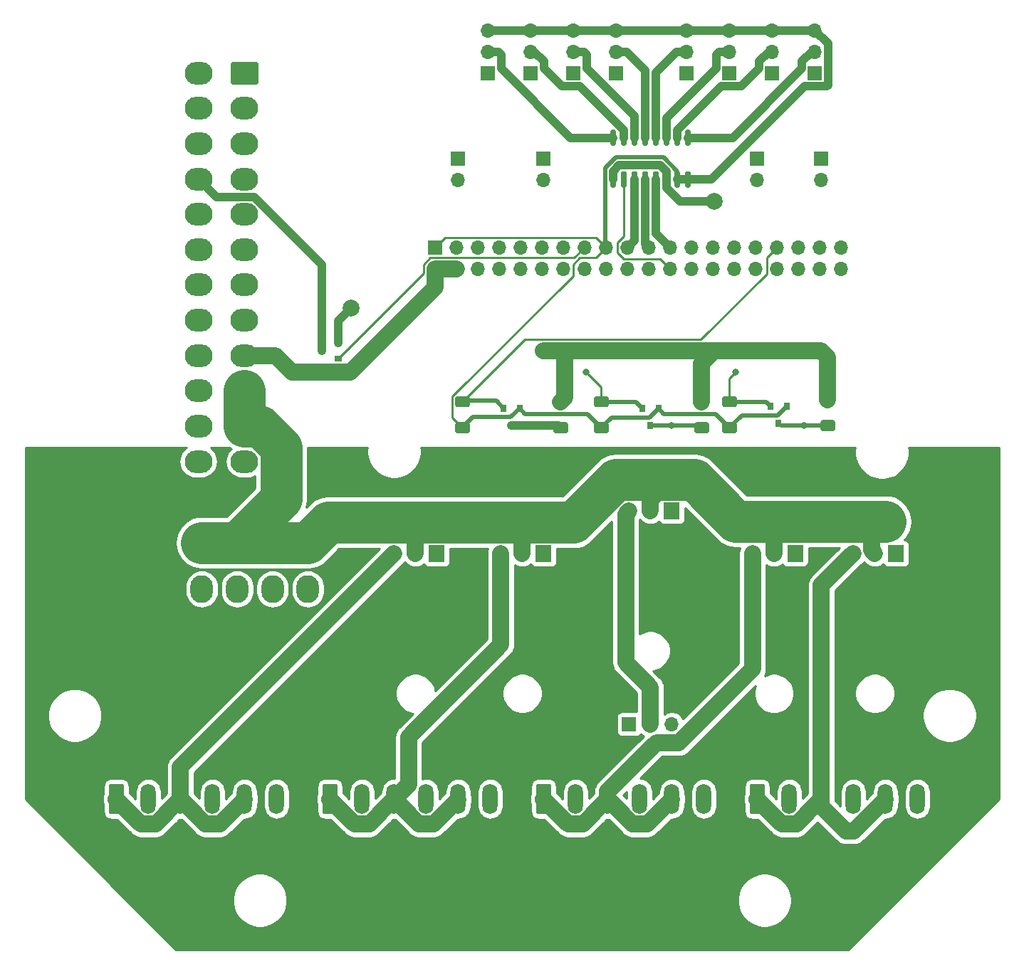
<source format=gbr>
G04 #@! TF.GenerationSoftware,KiCad,Pcbnew,5.1.8*
G04 #@! TF.CreationDate,2021-01-05T23:40:21+00:00*
G04 #@! TF.ProjectId,TheSun2,54686553-756e-4322-9e6b-696361645f70,1.0.8*
G04 #@! TF.SameCoordinates,Original*
G04 #@! TF.FileFunction,Copper,L1,Top*
G04 #@! TF.FilePolarity,Positive*
%FSLAX46Y46*%
G04 Gerber Fmt 4.6, Leading zero omitted, Abs format (unit mm)*
G04 Created by KiCad (PCBNEW 5.1.8) date 2021-01-05 23:40:21*
%MOMM*%
%LPD*%
G01*
G04 APERTURE LIST*
G04 #@! TA.AperFunction,ComponentPad*
%ADD10O,3.300000X2.700000*%
G04 #@! TD*
G04 #@! TA.AperFunction,SMDPad,CuDef*
%ADD11R,0.800000X0.900000*%
G04 #@! TD*
G04 #@! TA.AperFunction,ComponentPad*
%ADD12O,2.700000X3.300000*%
G04 #@! TD*
G04 #@! TA.AperFunction,SMDPad,CuDef*
%ADD13R,0.900000X0.800000*%
G04 #@! TD*
G04 #@! TA.AperFunction,ComponentPad*
%ADD14O,1.800000X3.600000*%
G04 #@! TD*
G04 #@! TA.AperFunction,ComponentPad*
%ADD15R,1.700000X1.700000*%
G04 #@! TD*
G04 #@! TA.AperFunction,ComponentPad*
%ADD16O,1.700000X1.700000*%
G04 #@! TD*
G04 #@! TA.AperFunction,ComponentPad*
%ADD17O,1.905000X2.000000*%
G04 #@! TD*
G04 #@! TA.AperFunction,ComponentPad*
%ADD18R,1.905000X2.000000*%
G04 #@! TD*
G04 #@! TA.AperFunction,ViaPad*
%ADD19C,2.000000*%
G04 #@! TD*
G04 #@! TA.AperFunction,ViaPad*
%ADD20C,0.800000*%
G04 #@! TD*
G04 #@! TA.AperFunction,Conductor*
%ADD21C,2.000000*%
G04 #@! TD*
G04 #@! TA.AperFunction,Conductor*
%ADD22C,0.250000*%
G04 #@! TD*
G04 #@! TA.AperFunction,Conductor*
%ADD23C,1.000000*%
G04 #@! TD*
G04 #@! TA.AperFunction,Conductor*
%ADD24C,0.500000*%
G04 #@! TD*
G04 #@! TA.AperFunction,Conductor*
%ADD25C,5.000000*%
G04 #@! TD*
G04 #@! TA.AperFunction,NonConductor*
%ADD26C,0.254000*%
G04 #@! TD*
G04 #@! TA.AperFunction,NonConductor*
%ADD27C,0.100000*%
G04 #@! TD*
G04 APERTURE END LIST*
D10*
X162680000Y-79760000D03*
X162680000Y-75560000D03*
X162680000Y-71360000D03*
X162680000Y-67160000D03*
X162680000Y-62960000D03*
X162680000Y-58760000D03*
X162680000Y-54560000D03*
X162680000Y-50360000D03*
X162680000Y-46160000D03*
X162680000Y-41960000D03*
X162680000Y-37760000D03*
X162680000Y-33560000D03*
X168180000Y-79760000D03*
X168180000Y-75560000D03*
X168180000Y-71360000D03*
X168180000Y-67160000D03*
X168180000Y-62960000D03*
X168180000Y-58760000D03*
X168180000Y-54560000D03*
X168180000Y-50360000D03*
X168180000Y-46160000D03*
X168180000Y-41960000D03*
X168180000Y-37760000D03*
G04 #@! TA.AperFunction,ComponentPad*
G36*
G01*
X166780001Y-32210000D02*
X169579999Y-32210000D01*
G75*
G02*
X169830000Y-32460001I0J-250001D01*
G01*
X169830000Y-34659999D01*
G75*
G02*
X169579999Y-34910000I-250001J0D01*
G01*
X166780001Y-34910000D01*
G75*
G02*
X166530000Y-34659999I0J250001D01*
G01*
X166530000Y-32460001D01*
G75*
G02*
X166780001Y-32210000I250001J0D01*
G01*
G37*
G04 #@! TD.AperFunction*
D11*
X199930000Y-75454000D03*
X198980000Y-73454000D03*
X200880000Y-73454000D03*
G04 #@! TA.AperFunction,SMDPad,CuDef*
G36*
G01*
X193463000Y-75100000D02*
X194713000Y-75100000D01*
G75*
G02*
X194963000Y-75350000I0J-250000D01*
G01*
X194963000Y-76150000D01*
G75*
G02*
X194713000Y-76400000I-250000J0D01*
G01*
X193463000Y-76400000D01*
G75*
G02*
X193213000Y-76150000I0J250000D01*
G01*
X193213000Y-75350000D01*
G75*
G02*
X193463000Y-75100000I250000J0D01*
G01*
G37*
G04 #@! TD.AperFunction*
G04 #@! TA.AperFunction,SMDPad,CuDef*
G36*
G01*
X193463000Y-72000000D02*
X194713000Y-72000000D01*
G75*
G02*
X194963000Y-72250000I0J-250000D01*
G01*
X194963000Y-73050000D01*
G75*
G02*
X194713000Y-73300000I-250000J0D01*
G01*
X193463000Y-73300000D01*
G75*
G02*
X193213000Y-73050000I0J250000D01*
G01*
X193213000Y-72250000D01*
G75*
G02*
X193463000Y-72000000I250000J0D01*
G01*
G37*
G04 #@! TD.AperFunction*
G04 #@! TA.AperFunction,SMDPad,CuDef*
G36*
G01*
X206397000Y-73300000D02*
X205147000Y-73300000D01*
G75*
G02*
X204897000Y-73050000I0J250000D01*
G01*
X204897000Y-72250000D01*
G75*
G02*
X205147000Y-72000000I250000J0D01*
G01*
X206397000Y-72000000D01*
G75*
G02*
X206647000Y-72250000I0J-250000D01*
G01*
X206647000Y-73050000D01*
G75*
G02*
X206397000Y-73300000I-250000J0D01*
G01*
G37*
G04 #@! TD.AperFunction*
G04 #@! TA.AperFunction,SMDPad,CuDef*
G36*
G01*
X206397000Y-76400000D02*
X205147000Y-76400000D01*
G75*
G02*
X204897000Y-76150000I0J250000D01*
G01*
X204897000Y-75350000D01*
G75*
G02*
X205147000Y-75100000I250000J0D01*
G01*
X206397000Y-75100000D01*
G75*
G02*
X206647000Y-75350000I0J-250000D01*
G01*
X206647000Y-76150000D01*
G75*
G02*
X206397000Y-76400000I-250000J0D01*
G01*
G37*
G04 #@! TD.AperFunction*
G04 #@! TA.AperFunction,ComponentPad*
G36*
G01*
X161750000Y-90839999D02*
X161750000Y-88040001D01*
G75*
G02*
X162000001Y-87790000I250001J0D01*
G01*
X164199999Y-87790000D01*
G75*
G02*
X164450000Y-88040001I0J-250001D01*
G01*
X164450000Y-90839999D01*
G75*
G02*
X164199999Y-91090000I-250001J0D01*
G01*
X162000001Y-91090000D01*
G75*
G02*
X161750000Y-90839999I0J250001D01*
G01*
G37*
G04 #@! TD.AperFunction*
D12*
X167300000Y-89440000D03*
X171500000Y-89440000D03*
X175700000Y-89440000D03*
X163100000Y-94940000D03*
X167300000Y-94940000D03*
X171500000Y-94940000D03*
X175700000Y-94940000D03*
G04 #@! TA.AperFunction,SMDPad,CuDef*
G36*
G01*
X220735000Y-45220000D02*
X221035000Y-45220000D01*
G75*
G02*
X221185000Y-45370000I0J-150000D01*
G01*
X221185000Y-47020000D01*
G75*
G02*
X221035000Y-47170000I-150000J0D01*
G01*
X220735000Y-47170000D01*
G75*
G02*
X220585000Y-47020000I0J150000D01*
G01*
X220585000Y-45370000D01*
G75*
G02*
X220735000Y-45220000I150000J0D01*
G01*
G37*
G04 #@! TD.AperFunction*
G04 #@! TA.AperFunction,SMDPad,CuDef*
G36*
G01*
X219465000Y-45220000D02*
X219765000Y-45220000D01*
G75*
G02*
X219915000Y-45370000I0J-150000D01*
G01*
X219915000Y-47020000D01*
G75*
G02*
X219765000Y-47170000I-150000J0D01*
G01*
X219465000Y-47170000D01*
G75*
G02*
X219315000Y-47020000I0J150000D01*
G01*
X219315000Y-45370000D01*
G75*
G02*
X219465000Y-45220000I150000J0D01*
G01*
G37*
G04 #@! TD.AperFunction*
G04 #@! TA.AperFunction,SMDPad,CuDef*
G36*
G01*
X218195000Y-45220000D02*
X218495000Y-45220000D01*
G75*
G02*
X218645000Y-45370000I0J-150000D01*
G01*
X218645000Y-47020000D01*
G75*
G02*
X218495000Y-47170000I-150000J0D01*
G01*
X218195000Y-47170000D01*
G75*
G02*
X218045000Y-47020000I0J150000D01*
G01*
X218045000Y-45370000D01*
G75*
G02*
X218195000Y-45220000I150000J0D01*
G01*
G37*
G04 #@! TD.AperFunction*
G04 #@! TA.AperFunction,SMDPad,CuDef*
G36*
G01*
X216925000Y-45220000D02*
X217225000Y-45220000D01*
G75*
G02*
X217375000Y-45370000I0J-150000D01*
G01*
X217375000Y-47020000D01*
G75*
G02*
X217225000Y-47170000I-150000J0D01*
G01*
X216925000Y-47170000D01*
G75*
G02*
X216775000Y-47020000I0J150000D01*
G01*
X216775000Y-45370000D01*
G75*
G02*
X216925000Y-45220000I150000J0D01*
G01*
G37*
G04 #@! TD.AperFunction*
G04 #@! TA.AperFunction,SMDPad,CuDef*
G36*
G01*
X215655000Y-45220000D02*
X215955000Y-45220000D01*
G75*
G02*
X216105000Y-45370000I0J-150000D01*
G01*
X216105000Y-47020000D01*
G75*
G02*
X215955000Y-47170000I-150000J0D01*
G01*
X215655000Y-47170000D01*
G75*
G02*
X215505000Y-47020000I0J150000D01*
G01*
X215505000Y-45370000D01*
G75*
G02*
X215655000Y-45220000I150000J0D01*
G01*
G37*
G04 #@! TD.AperFunction*
G04 #@! TA.AperFunction,SMDPad,CuDef*
G36*
G01*
X214385000Y-45220000D02*
X214685000Y-45220000D01*
G75*
G02*
X214835000Y-45370000I0J-150000D01*
G01*
X214835000Y-47020000D01*
G75*
G02*
X214685000Y-47170000I-150000J0D01*
G01*
X214385000Y-47170000D01*
G75*
G02*
X214235000Y-47020000I0J150000D01*
G01*
X214235000Y-45370000D01*
G75*
G02*
X214385000Y-45220000I150000J0D01*
G01*
G37*
G04 #@! TD.AperFunction*
G04 #@! TA.AperFunction,SMDPad,CuDef*
G36*
G01*
X213115000Y-45220000D02*
X213415000Y-45220000D01*
G75*
G02*
X213565000Y-45370000I0J-150000D01*
G01*
X213565000Y-47020000D01*
G75*
G02*
X213415000Y-47170000I-150000J0D01*
G01*
X213115000Y-47170000D01*
G75*
G02*
X212965000Y-47020000I0J150000D01*
G01*
X212965000Y-45370000D01*
G75*
G02*
X213115000Y-45220000I150000J0D01*
G01*
G37*
G04 #@! TD.AperFunction*
G04 #@! TA.AperFunction,SMDPad,CuDef*
G36*
G01*
X211845000Y-45220000D02*
X212145000Y-45220000D01*
G75*
G02*
X212295000Y-45370000I0J-150000D01*
G01*
X212295000Y-47020000D01*
G75*
G02*
X212145000Y-47170000I-150000J0D01*
G01*
X211845000Y-47170000D01*
G75*
G02*
X211695000Y-47020000I0J150000D01*
G01*
X211695000Y-45370000D01*
G75*
G02*
X211845000Y-45220000I150000J0D01*
G01*
G37*
G04 #@! TD.AperFunction*
G04 #@! TA.AperFunction,SMDPad,CuDef*
G36*
G01*
X211845000Y-40270000D02*
X212145000Y-40270000D01*
G75*
G02*
X212295000Y-40420000I0J-150000D01*
G01*
X212295000Y-42070000D01*
G75*
G02*
X212145000Y-42220000I-150000J0D01*
G01*
X211845000Y-42220000D01*
G75*
G02*
X211695000Y-42070000I0J150000D01*
G01*
X211695000Y-40420000D01*
G75*
G02*
X211845000Y-40270000I150000J0D01*
G01*
G37*
G04 #@! TD.AperFunction*
G04 #@! TA.AperFunction,SMDPad,CuDef*
G36*
G01*
X213115000Y-40270000D02*
X213415000Y-40270000D01*
G75*
G02*
X213565000Y-40420000I0J-150000D01*
G01*
X213565000Y-42070000D01*
G75*
G02*
X213415000Y-42220000I-150000J0D01*
G01*
X213115000Y-42220000D01*
G75*
G02*
X212965000Y-42070000I0J150000D01*
G01*
X212965000Y-40420000D01*
G75*
G02*
X213115000Y-40270000I150000J0D01*
G01*
G37*
G04 #@! TD.AperFunction*
G04 #@! TA.AperFunction,SMDPad,CuDef*
G36*
G01*
X214385000Y-40270000D02*
X214685000Y-40270000D01*
G75*
G02*
X214835000Y-40420000I0J-150000D01*
G01*
X214835000Y-42070000D01*
G75*
G02*
X214685000Y-42220000I-150000J0D01*
G01*
X214385000Y-42220000D01*
G75*
G02*
X214235000Y-42070000I0J150000D01*
G01*
X214235000Y-40420000D01*
G75*
G02*
X214385000Y-40270000I150000J0D01*
G01*
G37*
G04 #@! TD.AperFunction*
G04 #@! TA.AperFunction,SMDPad,CuDef*
G36*
G01*
X215655000Y-40270000D02*
X215955000Y-40270000D01*
G75*
G02*
X216105000Y-40420000I0J-150000D01*
G01*
X216105000Y-42070000D01*
G75*
G02*
X215955000Y-42220000I-150000J0D01*
G01*
X215655000Y-42220000D01*
G75*
G02*
X215505000Y-42070000I0J150000D01*
G01*
X215505000Y-40420000D01*
G75*
G02*
X215655000Y-40270000I150000J0D01*
G01*
G37*
G04 #@! TD.AperFunction*
G04 #@! TA.AperFunction,SMDPad,CuDef*
G36*
G01*
X216925000Y-40270000D02*
X217225000Y-40270000D01*
G75*
G02*
X217375000Y-40420000I0J-150000D01*
G01*
X217375000Y-42070000D01*
G75*
G02*
X217225000Y-42220000I-150000J0D01*
G01*
X216925000Y-42220000D01*
G75*
G02*
X216775000Y-42070000I0J150000D01*
G01*
X216775000Y-40420000D01*
G75*
G02*
X216925000Y-40270000I150000J0D01*
G01*
G37*
G04 #@! TD.AperFunction*
G04 #@! TA.AperFunction,SMDPad,CuDef*
G36*
G01*
X218195000Y-40270000D02*
X218495000Y-40270000D01*
G75*
G02*
X218645000Y-40420000I0J-150000D01*
G01*
X218645000Y-42070000D01*
G75*
G02*
X218495000Y-42220000I-150000J0D01*
G01*
X218195000Y-42220000D01*
G75*
G02*
X218045000Y-42070000I0J150000D01*
G01*
X218045000Y-40420000D01*
G75*
G02*
X218195000Y-40270000I150000J0D01*
G01*
G37*
G04 #@! TD.AperFunction*
G04 #@! TA.AperFunction,SMDPad,CuDef*
G36*
G01*
X219465000Y-40270000D02*
X219765000Y-40270000D01*
G75*
G02*
X219915000Y-40420000I0J-150000D01*
G01*
X219915000Y-42070000D01*
G75*
G02*
X219765000Y-42220000I-150000J0D01*
G01*
X219465000Y-42220000D01*
G75*
G02*
X219315000Y-42070000I0J150000D01*
G01*
X219315000Y-40420000D01*
G75*
G02*
X219465000Y-40270000I150000J0D01*
G01*
G37*
G04 #@! TD.AperFunction*
G04 #@! TA.AperFunction,SMDPad,CuDef*
G36*
G01*
X220735000Y-40270000D02*
X221035000Y-40270000D01*
G75*
G02*
X221185000Y-40420000I0J-150000D01*
G01*
X221185000Y-42070000D01*
G75*
G02*
X221035000Y-42220000I-150000J0D01*
G01*
X220735000Y-42220000D01*
G75*
G02*
X220585000Y-42070000I0J150000D01*
G01*
X220585000Y-40420000D01*
G75*
G02*
X220735000Y-40270000I150000J0D01*
G01*
G37*
G04 #@! TD.AperFunction*
G04 #@! TA.AperFunction,SMDPad,CuDef*
G36*
G01*
X223161000Y-73300000D02*
X221911000Y-73300000D01*
G75*
G02*
X221661000Y-73050000I0J250000D01*
G01*
X221661000Y-72250000D01*
G75*
G02*
X221911000Y-72000000I250000J0D01*
G01*
X223161000Y-72000000D01*
G75*
G02*
X223411000Y-72250000I0J-250000D01*
G01*
X223411000Y-73050000D01*
G75*
G02*
X223161000Y-73300000I-250000J0D01*
G01*
G37*
G04 #@! TD.AperFunction*
G04 #@! TA.AperFunction,SMDPad,CuDef*
G36*
G01*
X223161000Y-76400000D02*
X221911000Y-76400000D01*
G75*
G02*
X221661000Y-76150000I0J250000D01*
G01*
X221661000Y-75350000D01*
G75*
G02*
X221911000Y-75100000I250000J0D01*
G01*
X223161000Y-75100000D01*
G75*
G02*
X223411000Y-75350000I0J-250000D01*
G01*
X223411000Y-76150000D01*
G75*
G02*
X223161000Y-76400000I-250000J0D01*
G01*
G37*
G04 #@! TD.AperFunction*
G04 #@! TA.AperFunction,SMDPad,CuDef*
G36*
G01*
X238147000Y-73046000D02*
X236897000Y-73046000D01*
G75*
G02*
X236647000Y-72796000I0J250000D01*
G01*
X236647000Y-71996000D01*
G75*
G02*
X236897000Y-71746000I250000J0D01*
G01*
X238147000Y-71746000D01*
G75*
G02*
X238397000Y-71996000I0J-250000D01*
G01*
X238397000Y-72796000D01*
G75*
G02*
X238147000Y-73046000I-250000J0D01*
G01*
G37*
G04 #@! TD.AperFunction*
G04 #@! TA.AperFunction,SMDPad,CuDef*
G36*
G01*
X238147000Y-76146000D02*
X236897000Y-76146000D01*
G75*
G02*
X236647000Y-75896000I0J250000D01*
G01*
X236647000Y-75096000D01*
G75*
G02*
X236897000Y-74846000I250000J0D01*
G01*
X238147000Y-74846000D01*
G75*
G02*
X238397000Y-75096000I0J-250000D01*
G01*
X238397000Y-75896000D01*
G75*
G02*
X238147000Y-76146000I-250000J0D01*
G01*
G37*
G04 #@! TD.AperFunction*
G04 #@! TA.AperFunction,SMDPad,CuDef*
G36*
G01*
X209973000Y-75100000D02*
X211223000Y-75100000D01*
G75*
G02*
X211473000Y-75350000I0J-250000D01*
G01*
X211473000Y-76150000D01*
G75*
G02*
X211223000Y-76400000I-250000J0D01*
G01*
X209973000Y-76400000D01*
G75*
G02*
X209723000Y-76150000I0J250000D01*
G01*
X209723000Y-75350000D01*
G75*
G02*
X209973000Y-75100000I250000J0D01*
G01*
G37*
G04 #@! TD.AperFunction*
G04 #@! TA.AperFunction,SMDPad,CuDef*
G36*
G01*
X209973000Y-72000000D02*
X211223000Y-72000000D01*
G75*
G02*
X211473000Y-72250000I0J-250000D01*
G01*
X211473000Y-73050000D01*
G75*
G02*
X211223000Y-73300000I-250000J0D01*
G01*
X209973000Y-73300000D01*
G75*
G02*
X209723000Y-73050000I0J250000D01*
G01*
X209723000Y-72250000D01*
G75*
G02*
X209973000Y-72000000I250000J0D01*
G01*
G37*
G04 #@! TD.AperFunction*
G04 #@! TA.AperFunction,SMDPad,CuDef*
G36*
G01*
X225213000Y-75100000D02*
X226463000Y-75100000D01*
G75*
G02*
X226713000Y-75350000I0J-250000D01*
G01*
X226713000Y-76150000D01*
G75*
G02*
X226463000Y-76400000I-250000J0D01*
G01*
X225213000Y-76400000D01*
G75*
G02*
X224963000Y-76150000I0J250000D01*
G01*
X224963000Y-75350000D01*
G75*
G02*
X225213000Y-75100000I250000J0D01*
G01*
G37*
G04 #@! TD.AperFunction*
G04 #@! TA.AperFunction,SMDPad,CuDef*
G36*
G01*
X225213000Y-72000000D02*
X226463000Y-72000000D01*
G75*
G02*
X226713000Y-72250000I0J-250000D01*
G01*
X226713000Y-73050000D01*
G75*
G02*
X226463000Y-73300000I-250000J0D01*
G01*
X225213000Y-73300000D01*
G75*
G02*
X224963000Y-73050000I0J250000D01*
G01*
X224963000Y-72250000D01*
G75*
G02*
X225213000Y-72000000I250000J0D01*
G01*
G37*
G04 #@! TD.AperFunction*
D13*
X177340000Y-66580000D03*
X179340000Y-65630000D03*
X179340000Y-67530000D03*
D14*
X171990000Y-119920000D03*
X168180000Y-119920000D03*
X164370000Y-119920000D03*
X160560000Y-119920000D03*
X156750000Y-119920000D03*
G04 #@! TA.AperFunction,ComponentPad*
G36*
G01*
X152040000Y-121470000D02*
X152040000Y-118370000D01*
G75*
G02*
X152290000Y-118120000I250000J0D01*
G01*
X153590000Y-118120000D01*
G75*
G02*
X153840000Y-118370000I0J-250000D01*
G01*
X153840000Y-121470000D01*
G75*
G02*
X153590000Y-121720000I-250000J0D01*
G01*
X152290000Y-121720000D01*
G75*
G02*
X152040000Y-121470000I0J250000D01*
G01*
G37*
G04 #@! TD.AperFunction*
X197390000Y-119920000D03*
X193580000Y-119920000D03*
X189770000Y-119920000D03*
X185960000Y-119920000D03*
X182150000Y-119920000D03*
G04 #@! TA.AperFunction,ComponentPad*
G36*
G01*
X177440000Y-121470000D02*
X177440000Y-118370000D01*
G75*
G02*
X177690000Y-118120000I250000J0D01*
G01*
X178990000Y-118120000D01*
G75*
G02*
X179240000Y-118370000I0J-250000D01*
G01*
X179240000Y-121470000D01*
G75*
G02*
X178990000Y-121720000I-250000J0D01*
G01*
X177690000Y-121720000D01*
G75*
G02*
X177440000Y-121470000I0J250000D01*
G01*
G37*
G04 #@! TD.AperFunction*
X248190000Y-119920000D03*
X244380000Y-119920000D03*
X240570000Y-119920000D03*
X236760000Y-119920000D03*
X232950000Y-119920000D03*
G04 #@! TA.AperFunction,ComponentPad*
G36*
G01*
X228240000Y-121470000D02*
X228240000Y-118370000D01*
G75*
G02*
X228490000Y-118120000I250000J0D01*
G01*
X229790000Y-118120000D01*
G75*
G02*
X230040000Y-118370000I0J-250000D01*
G01*
X230040000Y-121470000D01*
G75*
G02*
X229790000Y-121720000I-250000J0D01*
G01*
X228490000Y-121720000D01*
G75*
G02*
X228240000Y-121470000I0J250000D01*
G01*
G37*
G04 #@! TD.AperFunction*
X222790000Y-119920000D03*
X218980000Y-119920000D03*
X215170000Y-119920000D03*
X211360000Y-119920000D03*
X207550000Y-119920000D03*
G04 #@! TA.AperFunction,ComponentPad*
G36*
G01*
X202840000Y-121470000D02*
X202840000Y-118370000D01*
G75*
G02*
X203090000Y-118120000I250000J0D01*
G01*
X204390000Y-118120000D01*
G75*
G02*
X204640000Y-118370000I0J-250000D01*
G01*
X204640000Y-121470000D01*
G75*
G02*
X204390000Y-121720000I-250000J0D01*
G01*
X203090000Y-121720000D01*
G75*
G02*
X202840000Y-121470000I0J250000D01*
G01*
G37*
G04 #@! TD.AperFunction*
D15*
X190811400Y-54324500D03*
D16*
X190811400Y-56864500D03*
X193351400Y-54324500D03*
X193351400Y-56864500D03*
X195891400Y-54324500D03*
X195891400Y-56864500D03*
X198431400Y-54324500D03*
X198431400Y-56864500D03*
X200971400Y-54324500D03*
X200971400Y-56864500D03*
X203511400Y-54324500D03*
X203511400Y-56864500D03*
X206051400Y-54324500D03*
X206051400Y-56864500D03*
X208591400Y-54324500D03*
X208591400Y-56864500D03*
X211131400Y-54324500D03*
X211131400Y-56864500D03*
X213671400Y-54324500D03*
X213671400Y-56864500D03*
X216211400Y-54324500D03*
X216211400Y-56864500D03*
X218751400Y-54324500D03*
X218751400Y-56864500D03*
X221291400Y-54324500D03*
X221291400Y-56864500D03*
X223831400Y-54324500D03*
X223831400Y-56864500D03*
X226371400Y-54324500D03*
X226371400Y-56864500D03*
X228911400Y-54324500D03*
X228911400Y-56864500D03*
X231451400Y-54324500D03*
X231451400Y-56864500D03*
X233991400Y-54324500D03*
X233991400Y-56864500D03*
X236531400Y-54324500D03*
X236531400Y-56864500D03*
X239071400Y-54324500D03*
X239071400Y-56864500D03*
D17*
X185960000Y-90710000D03*
X188500000Y-90710000D03*
D18*
X191040000Y-90710000D03*
D17*
X240570000Y-90710000D03*
X243110000Y-90710000D03*
D18*
X245650000Y-90710000D03*
D17*
X213900000Y-85630000D03*
X216440000Y-85630000D03*
D18*
X218980000Y-85630000D03*
D17*
X198660000Y-90710000D03*
X201200000Y-90710000D03*
D18*
X203740000Y-90710000D03*
D17*
X228570000Y-90710000D03*
X231110000Y-90710000D03*
D18*
X233650000Y-90710000D03*
D16*
X203740000Y-46260000D03*
D15*
X203740000Y-43720000D03*
D16*
X229140000Y-46260000D03*
D15*
X229140000Y-43720000D03*
D16*
X236760000Y-46260000D03*
D15*
X236760000Y-43720000D03*
D16*
X193580000Y-46260000D03*
D15*
X193580000Y-43720000D03*
D16*
X218980000Y-111030000D03*
X216440000Y-111030000D03*
D15*
X213900000Y-111030000D03*
D16*
X197136000Y-28480000D03*
X197136000Y-31020000D03*
D15*
X197136000Y-33560000D03*
D16*
X202216000Y-28480000D03*
X202216000Y-31020000D03*
D15*
X202216000Y-33560000D03*
D16*
X207296000Y-28480000D03*
X207296000Y-31020000D03*
D15*
X207296000Y-33560000D03*
D16*
X212376000Y-28480000D03*
X212376000Y-31020000D03*
D15*
X212376000Y-33560000D03*
D16*
X220758000Y-28480000D03*
X220758000Y-31020000D03*
D15*
X220758000Y-33560000D03*
D16*
X225838000Y-28480000D03*
X225838000Y-31020000D03*
D15*
X225838000Y-33560000D03*
D16*
X230918000Y-28480000D03*
X230918000Y-31020000D03*
D15*
X230918000Y-33560000D03*
D16*
X235998000Y-28480000D03*
X235998000Y-31020000D03*
D15*
X235998000Y-33560000D03*
D11*
X216440000Y-75454000D03*
X215490000Y-73454000D03*
X217390000Y-73454000D03*
X231680000Y-75200000D03*
X230730000Y-73200000D03*
X232630000Y-73200000D03*
D19*
X203740000Y-66580000D03*
D20*
X234702000Y-75496000D03*
X226600000Y-69120000D03*
X202454000Y-75454000D03*
X218964000Y-75454000D03*
X208820000Y-69120000D03*
D19*
X180880000Y-61500000D03*
X224060000Y-48800000D03*
D21*
X190811400Y-59068602D02*
X190811400Y-56864500D01*
X173800001Y-69130001D02*
X180750001Y-69130001D01*
X180750001Y-69130001D02*
X190811400Y-59068602D01*
X171830000Y-67160000D02*
X173800001Y-69130001D01*
X168180000Y-67160000D02*
X171830000Y-67160000D01*
X237522000Y-72396000D02*
X237522000Y-67342000D01*
X237522000Y-67342000D02*
X236760000Y-66580000D01*
X236760000Y-66580000D02*
X224060000Y-66580000D01*
X222536000Y-68104000D02*
X222536000Y-72650000D01*
X224060000Y-66580000D02*
X222536000Y-68104000D01*
X224060000Y-66580000D02*
X206280000Y-66580000D01*
X206280000Y-72142000D02*
X205772000Y-72650000D01*
X206280000Y-66580000D02*
X206280000Y-72142000D01*
X206280000Y-66580000D02*
X203740000Y-66580000D01*
X190811400Y-56864500D02*
X193351400Y-56864500D01*
D22*
X207376410Y-55539490D02*
X208591400Y-54324500D01*
X190262563Y-55539490D02*
X207376410Y-55539490D01*
X189486390Y-56315663D02*
X190262563Y-55539490D01*
X189486390Y-57383610D02*
X189486390Y-56315663D01*
X179340000Y-67530000D02*
X189486390Y-57383610D01*
D23*
X214535000Y-53460900D02*
X213671400Y-54324500D01*
X214535000Y-46195000D02*
X214535000Y-53460900D01*
X215805000Y-53918100D02*
X216211400Y-54324500D01*
X215805000Y-46195000D02*
X215805000Y-53918100D01*
X217075000Y-52648100D02*
X218751400Y-54324500D01*
X217075000Y-46195000D02*
X217075000Y-52648100D01*
D22*
X217576399Y-55689499D02*
X218751400Y-56864500D01*
X213297397Y-55689499D02*
X217576399Y-55689499D01*
X212496399Y-54888501D02*
X213297397Y-55689499D01*
X212496399Y-53760499D02*
X212496399Y-54888501D01*
X213265000Y-52991898D02*
X212496399Y-53760499D01*
X213265000Y-46195000D02*
X213265000Y-52991898D01*
D24*
X231976000Y-75496000D02*
X231680000Y-75200000D01*
X234702000Y-75496000D02*
X231976000Y-75496000D01*
X237522000Y-75496000D02*
X234702000Y-75496000D01*
X230180000Y-72650000D02*
X230730000Y-73200000D01*
X225838000Y-72650000D02*
X230180000Y-72650000D01*
D22*
X225838000Y-69882000D02*
X226600000Y-69120000D01*
X225838000Y-72650000D02*
X225838000Y-69882000D01*
D23*
X197136000Y-28480000D02*
X202216000Y-28480000D01*
X202216000Y-28480000D02*
X207296000Y-28480000D01*
X212376000Y-28480000D02*
X207296000Y-28480000D01*
X212376000Y-28480000D02*
X220758000Y-28480000D01*
X225838000Y-28480000D02*
X220758000Y-28480000D01*
X225838000Y-28480000D02*
X230918000Y-28480000D01*
X230918000Y-28480000D02*
X235998000Y-28480000D01*
X237548001Y-30030001D02*
X235998000Y-28480000D01*
X237548001Y-34970001D02*
X237548001Y-30030001D01*
X237408001Y-35110001D02*
X237548001Y-34970001D01*
X234789997Y-35110001D02*
X237408001Y-35110001D01*
X223704998Y-46195000D02*
X234789997Y-35110001D01*
X220885000Y-46195000D02*
X223704998Y-46195000D01*
X219615000Y-46195000D02*
X220885000Y-46195000D01*
D24*
X195334010Y-74503990D02*
X199830010Y-74503990D01*
X199830010Y-74503990D02*
X200880000Y-73454000D01*
X194088000Y-75750000D02*
X195334010Y-74503990D01*
X208948008Y-74100008D02*
X210598000Y-75750000D01*
X201526008Y-74100008D02*
X208948008Y-74100008D01*
X200880000Y-73454000D02*
X201526008Y-74100008D01*
X216290001Y-74553999D02*
X217390000Y-73454000D01*
X211794001Y-74553999D02*
X216290001Y-74553999D01*
X210598000Y-75750000D02*
X211794001Y-74553999D01*
X224188010Y-74100010D02*
X225838000Y-75750000D01*
X218036010Y-74100010D02*
X224188010Y-74100010D01*
X217390000Y-73454000D02*
X218036010Y-74100010D01*
X231530001Y-74299999D02*
X232630000Y-73200000D01*
X227288001Y-74299999D02*
X231530001Y-74299999D01*
X225838000Y-75750000D02*
X227288001Y-74299999D01*
D22*
X209956399Y-53149499D02*
X211131400Y-54324500D01*
X191986401Y-53149499D02*
X209956399Y-53149499D01*
X190811400Y-54324500D02*
X191986401Y-53149499D01*
X192887990Y-74549990D02*
X194088000Y-75750000D01*
X192887990Y-72011820D02*
X192887990Y-74549990D01*
X207226401Y-57673409D02*
X192887990Y-72011820D01*
X207226401Y-56325909D02*
X207226401Y-57673409D01*
X208052809Y-55499501D02*
X207226401Y-56325909D01*
X209956399Y-55499501D02*
X208052809Y-55499501D01*
X211131400Y-54324500D02*
X209956399Y-55499501D01*
D24*
X211044990Y-54238090D02*
X211131400Y-54324500D01*
X211044990Y-44826493D02*
X211044990Y-54238090D01*
X212301503Y-43569980D02*
X211044990Y-44826493D01*
X217970595Y-43569980D02*
X212301503Y-43569980D01*
X219615000Y-45214385D02*
X217970595Y-43569980D01*
X219615000Y-46195000D02*
X219615000Y-45214385D01*
D23*
X205476000Y-75454000D02*
X205772000Y-75750000D01*
X202454000Y-75454000D02*
X205476000Y-75454000D01*
X199930000Y-75454000D02*
X202454000Y-75454000D01*
D24*
X194088000Y-72650000D02*
X194184001Y-72553999D01*
X194184001Y-72553999D02*
X198079999Y-72553999D01*
X198079999Y-72553999D02*
X198980000Y-73454000D01*
D22*
X230276399Y-55499501D02*
X231451400Y-54324500D01*
X230276399Y-57428501D02*
X230276399Y-55499501D01*
X222449910Y-65254990D02*
X230276399Y-57428501D01*
X201483010Y-65254990D02*
X222449910Y-65254990D01*
X194088000Y-72650000D02*
X201483010Y-65254990D01*
D24*
X222240000Y-75454000D02*
X222536000Y-75750000D01*
X218964000Y-75454000D02*
X222240000Y-75454000D01*
X216440000Y-75454000D02*
X218964000Y-75454000D01*
X214686000Y-72650000D02*
X215490000Y-73454000D01*
X210598000Y-72650000D02*
X214686000Y-72650000D01*
D22*
X210598000Y-70898000D02*
X208820000Y-69120000D01*
X210598000Y-72650000D02*
X210598000Y-70898000D01*
D23*
X235577998Y-31020000D02*
X235998000Y-31020000D01*
X234447999Y-32990003D02*
X234447999Y-32149999D01*
X234447999Y-32149999D02*
X235577998Y-31020000D01*
X226193002Y-41245000D02*
X234447999Y-32990003D01*
X220885000Y-41245000D02*
X226193002Y-41245000D01*
X217577088Y-44519990D02*
X218345000Y-45287902D01*
X218345000Y-45287902D02*
X218345000Y-46195000D01*
X212695010Y-44519990D02*
X217577088Y-44519990D01*
X211995000Y-45220000D02*
X212695010Y-44519990D01*
X211995000Y-46195000D02*
X211995000Y-45220000D01*
X179340000Y-63040000D02*
X180880000Y-61500000D01*
X179340000Y-65630000D02*
X179340000Y-63040000D01*
X219975000Y-48800000D02*
X224060000Y-48800000D01*
X218345000Y-47170000D02*
X219975000Y-48800000D01*
X218345000Y-46195000D02*
X218345000Y-47170000D01*
X230497998Y-31020000D02*
X230918000Y-31020000D01*
X229367999Y-32149999D02*
X230497998Y-31020000D01*
X229367999Y-32990003D02*
X229367999Y-32149999D01*
X227248001Y-35110001D02*
X229367999Y-32990003D01*
X224842901Y-35110001D02*
X227248001Y-35110001D01*
X219615000Y-40337902D02*
X224842901Y-35110001D01*
X219615000Y-41245000D02*
X219615000Y-40337902D01*
X224635919Y-31020000D02*
X225838000Y-31020000D01*
X224287999Y-31367920D02*
X224635919Y-31020000D01*
X224287999Y-32990003D02*
X224287999Y-31367920D01*
X218345000Y-38933002D02*
X224287999Y-32990003D01*
X218345000Y-41245000D02*
X218345000Y-38933002D01*
X217075000Y-33500919D02*
X217075000Y-41245000D01*
X219555919Y-31020000D02*
X217075000Y-33500919D01*
X220758000Y-31020000D02*
X219555919Y-31020000D01*
X213578081Y-31020000D02*
X212376000Y-31020000D01*
X215805000Y-33246919D02*
X213578081Y-31020000D01*
X215805000Y-41245000D02*
X215805000Y-33246919D01*
X208498081Y-31020000D02*
X207296000Y-31020000D01*
X208846001Y-31367920D02*
X208498081Y-31020000D01*
X208846001Y-32990003D02*
X208846001Y-31367920D01*
X214535000Y-38679002D02*
X208846001Y-32990003D01*
X214535000Y-41245000D02*
X214535000Y-38679002D01*
X203766001Y-32149999D02*
X202636002Y-31020000D01*
X203766001Y-32990003D02*
X203766001Y-32149999D01*
X205885999Y-35110001D02*
X203766001Y-32990003D01*
X208037099Y-35110001D02*
X205885999Y-35110001D01*
X213265000Y-40337902D02*
X208037099Y-35110001D01*
X202636002Y-31020000D02*
X202216000Y-31020000D01*
X213265000Y-41245000D02*
X213265000Y-40337902D01*
X198338081Y-31020000D02*
X197136000Y-31020000D01*
X198686001Y-31367920D02*
X198338081Y-31020000D01*
X198686001Y-32990003D02*
X198686001Y-31367920D01*
X206940998Y-41245000D02*
X198686001Y-32990003D01*
X211995000Y-41245000D02*
X206940998Y-41245000D01*
D21*
X213489999Y-86040001D02*
X213900000Y-85630000D01*
X216440000Y-106656002D02*
X213489999Y-103706001D01*
X213489999Y-103706001D02*
X213489999Y-86040001D01*
X216440000Y-111030000D02*
X216440000Y-106656002D01*
X219813992Y-113230010D02*
X228570000Y-104474002D01*
X217149990Y-113230010D02*
X219813992Y-113230010D01*
X228570000Y-104474002D02*
X228570000Y-90710000D01*
X211360000Y-119020000D02*
X217149990Y-113230010D01*
X211360000Y-119920000D02*
X211360000Y-119020000D01*
X218980000Y-119979862D02*
X218980000Y-119920000D01*
X216039852Y-122920010D02*
X218980000Y-119979862D01*
X214300148Y-122920010D02*
X216039852Y-122920010D01*
X213069990Y-121689852D02*
X214300148Y-122920010D01*
X213069990Y-121629990D02*
X213069990Y-121689852D01*
X211360000Y-119920000D02*
X213069990Y-121629990D01*
X203740000Y-119979862D02*
X203740000Y-119920000D01*
X206680148Y-122920010D02*
X203740000Y-119979862D01*
X208419852Y-122920010D02*
X206680148Y-122920010D01*
X209650010Y-121689852D02*
X208419852Y-122920010D01*
X209650010Y-121629990D02*
X209650010Y-121689852D01*
X211360000Y-119920000D02*
X209650010Y-121629990D01*
D25*
X175700000Y-89440000D02*
X171500000Y-89440000D01*
X163100000Y-89440000D02*
X167300000Y-89440000D01*
X167300000Y-89440000D02*
X171500000Y-89440000D01*
X170007579Y-75560000D02*
X168180000Y-75560000D01*
X172530010Y-78082431D02*
X170007579Y-75560000D01*
X172530010Y-84209990D02*
X172530010Y-78082431D01*
X167300000Y-89440000D02*
X172530010Y-84209990D01*
X168180000Y-75560000D02*
X168180000Y-71360000D01*
X207287397Y-87009999D02*
X212367405Y-81929991D01*
X175700000Y-89440000D02*
X178130001Y-87009999D01*
X221629991Y-81929991D02*
X226600000Y-86900000D01*
X239300000Y-86900000D02*
X244380000Y-86900000D01*
D21*
X188500000Y-87119998D02*
X188609999Y-87009999D01*
X188500000Y-90710000D02*
X188500000Y-87119998D01*
D25*
X178130001Y-87009999D02*
X188609999Y-87009999D01*
D21*
X201200000Y-90710000D02*
X201200000Y-87119998D01*
D25*
X201090001Y-87009999D02*
X207287397Y-87009999D01*
D21*
X201200000Y-87119998D02*
X201090001Y-87009999D01*
D25*
X188609999Y-87009999D02*
X201090001Y-87009999D01*
D21*
X216440000Y-84360000D02*
X218870009Y-81929991D01*
X216440000Y-85630000D02*
X216440000Y-84360000D01*
D25*
X218870009Y-81929991D02*
X221629991Y-81929991D01*
X212367405Y-81929991D02*
X218870009Y-81929991D01*
D21*
X231110000Y-87470000D02*
X231680000Y-86900000D01*
X231110000Y-90710000D02*
X231110000Y-87470000D01*
D25*
X231680000Y-86900000D02*
X239300000Y-86900000D01*
X226600000Y-86900000D02*
X231680000Y-86900000D01*
D21*
X242722510Y-90322510D02*
X242722510Y-88557490D01*
X242722510Y-88557490D02*
X244380000Y-86900000D01*
X243110000Y-90710000D02*
X242722510Y-90322510D01*
X198660000Y-101576002D02*
X198660000Y-90710000D01*
X187669990Y-112566012D02*
X198660000Y-101576002D01*
X187669990Y-118210010D02*
X187669990Y-112566012D01*
X185960000Y-119920000D02*
X187669990Y-118210010D01*
X190639852Y-122920010D02*
X193580000Y-119979862D01*
X188900148Y-122920010D02*
X190639852Y-122920010D01*
X187669990Y-121689852D02*
X188900148Y-122920010D01*
X187669990Y-121629990D02*
X187669990Y-121689852D01*
X185960000Y-119920000D02*
X187669990Y-121629990D01*
X181280148Y-122920010D02*
X178340000Y-119979862D01*
X178340000Y-119979862D02*
X178340000Y-119920000D01*
X183019852Y-122920010D02*
X181280148Y-122920010D01*
X184250010Y-121689852D02*
X183019852Y-122920010D01*
X184250010Y-121629990D02*
X184250010Y-121689852D01*
X185960000Y-119920000D02*
X184250010Y-121629990D01*
X236760000Y-94472500D02*
X240522500Y-90710000D01*
X236760000Y-119920000D02*
X236760000Y-94472500D01*
X229140000Y-119979862D02*
X229140000Y-119920000D01*
X232080148Y-122920010D02*
X229140000Y-119979862D01*
X233819852Y-122920010D02*
X232080148Y-122920010D01*
X235050010Y-121689852D02*
X233819852Y-122920010D01*
X235050010Y-121629990D02*
X235050010Y-121689852D01*
X236760000Y-119920000D02*
X235050010Y-121629990D01*
X240639862Y-123720000D02*
X244380000Y-119979862D01*
X239660000Y-123720000D02*
X240639862Y-123720000D01*
X244380000Y-119979862D02*
X244380000Y-119920000D01*
X236760000Y-120820000D02*
X239660000Y-123720000D01*
X236760000Y-119920000D02*
X236760000Y-120820000D01*
X160560000Y-116110000D02*
X160560000Y-119920000D01*
X185960000Y-90710000D02*
X160560000Y-116110000D01*
X168180000Y-119979862D02*
X168180000Y-119920000D01*
X165239852Y-122920010D02*
X168180000Y-119979862D01*
X163500148Y-122920010D02*
X165239852Y-122920010D01*
X162269990Y-121689852D02*
X163500148Y-122920010D01*
X162269990Y-121629990D02*
X162269990Y-121689852D01*
X160560000Y-119920000D02*
X162269990Y-121629990D01*
X155880148Y-122920010D02*
X152940000Y-119979862D01*
X157619852Y-122920010D02*
X155880148Y-122920010D01*
X158850010Y-121689852D02*
X157619852Y-122920010D01*
X158850010Y-121629990D02*
X158850010Y-121689852D01*
X152940000Y-119979862D02*
X152940000Y-119920000D01*
X160560000Y-119920000D02*
X158850010Y-121629990D01*
D23*
X164829990Y-48309990D02*
X162680000Y-46160000D01*
X169329141Y-48309990D02*
X164829990Y-48309990D01*
X177340000Y-56320849D02*
X169329141Y-48309990D01*
X177340000Y-66580000D02*
X177340000Y-56320849D01*
D26*
X160969602Y-78349602D02*
X160721547Y-78651857D01*
X160537226Y-78996698D01*
X160423722Y-79370872D01*
X160385396Y-79760000D01*
X160423722Y-80149128D01*
X160537226Y-80523302D01*
X160721547Y-80868143D01*
X160969602Y-81170398D01*
X161271857Y-81418453D01*
X161616698Y-81602774D01*
X161990872Y-81716278D01*
X162282490Y-81745000D01*
X163077510Y-81745000D01*
X163369128Y-81716278D01*
X163743302Y-81602774D01*
X164088143Y-81418453D01*
X164390398Y-81170398D01*
X164638453Y-80868143D01*
X164822774Y-80523302D01*
X164936278Y-80149128D01*
X164974604Y-79760000D01*
X164936278Y-79370872D01*
X164822774Y-78996698D01*
X164638453Y-78651857D01*
X164390398Y-78349602D01*
X164119157Y-78127000D01*
X166366170Y-78127000D01*
X166429860Y-78179269D01*
X166579616Y-78259315D01*
X166469602Y-78349602D01*
X166221547Y-78651857D01*
X166037226Y-78996698D01*
X165923722Y-79370872D01*
X165885396Y-79760000D01*
X165923722Y-80149128D01*
X166037226Y-80523302D01*
X166221547Y-80868143D01*
X166469602Y-81170398D01*
X166771857Y-81418453D01*
X167116698Y-81602774D01*
X167490872Y-81716278D01*
X167782490Y-81745000D01*
X168577510Y-81745000D01*
X168869128Y-81716278D01*
X169243302Y-81602774D01*
X169395010Y-81521684D01*
X169395010Y-82911431D01*
X166001442Y-86305000D01*
X162945998Y-86305000D01*
X162485433Y-86350362D01*
X161894483Y-86529624D01*
X161349860Y-86820731D01*
X160872495Y-87212495D01*
X160480731Y-87689860D01*
X160189624Y-88234483D01*
X160010362Y-88825433D01*
X159949832Y-89440000D01*
X160010362Y-90054567D01*
X160189624Y-90645517D01*
X160480731Y-91190140D01*
X160872495Y-91667505D01*
X161349860Y-92059269D01*
X161894483Y-92350376D01*
X162485433Y-92529638D01*
X162945998Y-92575000D01*
X167146005Y-92575000D01*
X167300000Y-92590167D01*
X167453995Y-92575000D01*
X175546005Y-92575000D01*
X175700000Y-92590167D01*
X175853995Y-92575000D01*
X175854002Y-92575000D01*
X176314567Y-92529638D01*
X176905517Y-92350376D01*
X177450140Y-92059269D01*
X177927505Y-91667505D01*
X178025682Y-91547876D01*
X179428560Y-90144999D01*
X184212762Y-90144999D01*
X159460687Y-114897075D01*
X159398286Y-114948286D01*
X159193969Y-115197249D01*
X159042148Y-115481286D01*
X158948657Y-115789485D01*
X158925000Y-116029678D01*
X158917089Y-116110000D01*
X158925000Y-116190320D01*
X158925001Y-119242760D01*
X158285000Y-119882762D01*
X158285000Y-118944592D01*
X158262790Y-118719087D01*
X158175017Y-118429739D01*
X158032481Y-118163073D01*
X157840661Y-117929339D01*
X157606926Y-117737519D01*
X157340260Y-117594983D01*
X157050912Y-117507210D01*
X156750000Y-117477573D01*
X156449087Y-117507210D01*
X156159739Y-117594983D01*
X155893073Y-117737519D01*
X155659339Y-117929339D01*
X155467519Y-118163074D01*
X155324983Y-118429740D01*
X155237210Y-118719088D01*
X155215000Y-118944593D01*
X155215000Y-119942624D01*
X154478072Y-119205696D01*
X154478072Y-118370000D01*
X154461008Y-118196746D01*
X154410472Y-118030150D01*
X154328405Y-117876614D01*
X154217962Y-117742038D01*
X154083386Y-117631595D01*
X153929850Y-117549528D01*
X153763254Y-117498992D01*
X153590000Y-117481928D01*
X152290000Y-117481928D01*
X152116746Y-117498992D01*
X151950150Y-117549528D01*
X151796614Y-117631595D01*
X151662038Y-117742038D01*
X151551595Y-117876614D01*
X151469528Y-118030150D01*
X151418992Y-118196746D01*
X151401928Y-118370000D01*
X151401928Y-119357942D01*
X151328657Y-119599484D01*
X151305000Y-119839678D01*
X151305000Y-119899543D01*
X151297089Y-119979862D01*
X151305000Y-120060181D01*
X151305000Y-120060183D01*
X151328657Y-120300377D01*
X151401928Y-120541919D01*
X151401928Y-121470000D01*
X151418992Y-121643254D01*
X151469528Y-121809850D01*
X151551595Y-121963386D01*
X151662038Y-122097962D01*
X151796614Y-122208405D01*
X151950150Y-122290472D01*
X152116746Y-122341008D01*
X152290000Y-122358072D01*
X153005972Y-122358072D01*
X154667228Y-124019329D01*
X154718434Y-124081724D01*
X154967396Y-124286041D01*
X155251433Y-124437862D01*
X155559632Y-124531353D01*
X155799826Y-124555010D01*
X155799828Y-124555010D01*
X155880147Y-124562921D01*
X155960467Y-124555010D01*
X157539533Y-124555010D01*
X157619852Y-124562921D01*
X157700171Y-124555010D01*
X157700174Y-124555010D01*
X157940368Y-124531353D01*
X158248567Y-124437862D01*
X158532604Y-124286041D01*
X158781566Y-124081724D01*
X158832776Y-124019324D01*
X159949328Y-122902773D01*
X160011724Y-122851566D01*
X160144708Y-122689523D01*
X160216040Y-122602605D01*
X160246362Y-122545876D01*
X160441484Y-122350754D01*
X160560000Y-122362427D01*
X160678516Y-122350754D01*
X160873637Y-122545876D01*
X160903959Y-122602604D01*
X161108276Y-122851566D01*
X161170675Y-122902775D01*
X162287227Y-124019328D01*
X162338434Y-124081724D01*
X162587396Y-124286041D01*
X162871433Y-124437862D01*
X163179632Y-124531353D01*
X163419826Y-124555010D01*
X163419828Y-124555010D01*
X163500147Y-124562921D01*
X163580467Y-124555010D01*
X165159533Y-124555010D01*
X165239852Y-124562921D01*
X165320171Y-124555010D01*
X165320174Y-124555010D01*
X165560368Y-124531353D01*
X165868567Y-124437862D01*
X166152604Y-124286041D01*
X166401566Y-124081724D01*
X166452777Y-124019323D01*
X168115979Y-122356122D01*
X168180000Y-122362427D01*
X168480913Y-122332790D01*
X168770261Y-122245017D01*
X169036927Y-122102481D01*
X169270661Y-121910661D01*
X169462481Y-121676927D01*
X169605017Y-121410261D01*
X169692790Y-121120913D01*
X169715000Y-120895408D01*
X169715000Y-120552048D01*
X169791343Y-120300378D01*
X169815000Y-120060184D01*
X169815000Y-120060182D01*
X169822911Y-119979863D01*
X169815000Y-119899543D01*
X169815000Y-119839679D01*
X169791343Y-119599485D01*
X169715000Y-119347815D01*
X169715000Y-118944593D01*
X170455000Y-118944593D01*
X170455000Y-120895408D01*
X170477211Y-121120913D01*
X170564984Y-121410261D01*
X170707520Y-121676927D01*
X170899340Y-121910661D01*
X171133074Y-122102481D01*
X171399740Y-122245017D01*
X171689088Y-122332790D01*
X171990000Y-122362427D01*
X172290913Y-122332790D01*
X172580261Y-122245017D01*
X172846927Y-122102481D01*
X173080661Y-121910661D01*
X173272481Y-121676927D01*
X173415017Y-121410261D01*
X173502790Y-121120913D01*
X173525000Y-120895408D01*
X173525000Y-118944592D01*
X173502790Y-118719087D01*
X173415017Y-118429739D01*
X173272481Y-118163073D01*
X173080661Y-117929339D01*
X172846926Y-117737519D01*
X172580260Y-117594983D01*
X172290912Y-117507210D01*
X171990000Y-117477573D01*
X171689087Y-117507210D01*
X171399739Y-117594983D01*
X171133073Y-117737519D01*
X170899339Y-117929339D01*
X170707519Y-118163074D01*
X170564983Y-118429740D01*
X170477210Y-118719088D01*
X170455000Y-118944593D01*
X169715000Y-118944593D01*
X169715000Y-118944592D01*
X169692790Y-118719087D01*
X169605017Y-118429739D01*
X169462481Y-118163073D01*
X169270661Y-117929339D01*
X169036926Y-117737519D01*
X168770260Y-117594983D01*
X168480912Y-117507210D01*
X168180000Y-117477573D01*
X167879087Y-117507210D01*
X167589739Y-117594983D01*
X167323073Y-117737519D01*
X167089339Y-117929339D01*
X166897519Y-118163074D01*
X166754983Y-118429740D01*
X166667210Y-118719088D01*
X166645000Y-118944593D01*
X166645000Y-119202623D01*
X165905000Y-119942623D01*
X165905000Y-118944592D01*
X165882790Y-118719087D01*
X165795017Y-118429739D01*
X165652481Y-118163073D01*
X165460661Y-117929339D01*
X165226926Y-117737519D01*
X164960260Y-117594983D01*
X164670912Y-117507210D01*
X164370000Y-117477573D01*
X164069087Y-117507210D01*
X163779739Y-117594983D01*
X163513073Y-117737519D01*
X163279339Y-117929339D01*
X163087519Y-118163074D01*
X162944983Y-118429740D01*
X162857210Y-118719088D01*
X162835000Y-118944593D01*
X162835000Y-119882761D01*
X162195000Y-119242762D01*
X162195000Y-116787238D01*
X187172915Y-91809324D01*
X187230000Y-91739766D01*
X187338286Y-91871714D01*
X187587248Y-92076031D01*
X187871285Y-92227852D01*
X188179484Y-92321343D01*
X188500000Y-92352911D01*
X188820515Y-92321343D01*
X189128714Y-92227852D01*
X189412751Y-92076031D01*
X189517278Y-91990249D01*
X189556963Y-92064494D01*
X189636315Y-92161185D01*
X189733006Y-92240537D01*
X189843320Y-92299502D01*
X189963018Y-92335812D01*
X190087500Y-92348072D01*
X191992500Y-92348072D01*
X192116982Y-92335812D01*
X192236680Y-92299502D01*
X192346994Y-92240537D01*
X192443685Y-92161185D01*
X192523037Y-92064494D01*
X192582002Y-91954180D01*
X192618312Y-91834482D01*
X192630572Y-91710000D01*
X192630572Y-90144999D01*
X197122822Y-90144999D01*
X197048658Y-90389484D01*
X197025001Y-90629678D01*
X197025000Y-100898763D01*
X190869017Y-107054746D01*
X190793346Y-106674321D01*
X190613560Y-106240279D01*
X190352550Y-105849651D01*
X190020349Y-105517450D01*
X189629721Y-105256440D01*
X189195679Y-105076654D01*
X188734902Y-104985000D01*
X188265098Y-104985000D01*
X187804321Y-105076654D01*
X187370279Y-105256440D01*
X186979651Y-105517450D01*
X186647450Y-105849651D01*
X186386440Y-106240279D01*
X186206654Y-106674321D01*
X186115000Y-107135098D01*
X186115000Y-107604902D01*
X186206654Y-108065679D01*
X186386440Y-108499721D01*
X186647450Y-108890349D01*
X186979651Y-109222550D01*
X187370279Y-109483560D01*
X187804321Y-109663346D01*
X188184747Y-109739017D01*
X186570672Y-111353092D01*
X186508277Y-111404298D01*
X186332350Y-111618667D01*
X186303960Y-111653260D01*
X186152138Y-111937298D01*
X186058648Y-112245496D01*
X186027079Y-112566012D01*
X186034991Y-112646341D01*
X186034990Y-117484959D01*
X185960000Y-117477573D01*
X185659087Y-117507210D01*
X185369739Y-117594983D01*
X185103073Y-117737519D01*
X184869339Y-117929339D01*
X184677519Y-118163074D01*
X184534983Y-118429740D01*
X184447210Y-118719088D01*
X184425000Y-118944593D01*
X184425000Y-119142761D01*
X183685000Y-119882762D01*
X183685000Y-118944592D01*
X183662790Y-118719087D01*
X183575017Y-118429739D01*
X183432481Y-118163073D01*
X183240661Y-117929339D01*
X183006926Y-117737519D01*
X182740260Y-117594983D01*
X182450912Y-117507210D01*
X182150000Y-117477573D01*
X181849087Y-117507210D01*
X181559739Y-117594983D01*
X181293073Y-117737519D01*
X181059339Y-117929339D01*
X180867519Y-118163074D01*
X180724983Y-118429740D01*
X180637210Y-118719088D01*
X180615000Y-118944593D01*
X180615000Y-119942624D01*
X179878072Y-119205696D01*
X179878072Y-118370000D01*
X179861008Y-118196746D01*
X179810472Y-118030150D01*
X179728405Y-117876614D01*
X179617962Y-117742038D01*
X179483386Y-117631595D01*
X179329850Y-117549528D01*
X179163254Y-117498992D01*
X178990000Y-117481928D01*
X177690000Y-117481928D01*
X177516746Y-117498992D01*
X177350150Y-117549528D01*
X177196614Y-117631595D01*
X177062038Y-117742038D01*
X176951595Y-117876614D01*
X176869528Y-118030150D01*
X176818992Y-118196746D01*
X176801928Y-118370000D01*
X176801928Y-119357942D01*
X176728657Y-119599484D01*
X176705000Y-119839678D01*
X176705000Y-119899543D01*
X176697089Y-119979862D01*
X176705000Y-120060181D01*
X176705000Y-120060183D01*
X176728657Y-120300377D01*
X176801928Y-120541919D01*
X176801928Y-121470000D01*
X176818992Y-121643254D01*
X176869528Y-121809850D01*
X176951595Y-121963386D01*
X177062038Y-122097962D01*
X177196614Y-122208405D01*
X177350150Y-122290472D01*
X177516746Y-122341008D01*
X177690000Y-122358072D01*
X178405972Y-122358072D01*
X180067228Y-124019329D01*
X180118434Y-124081724D01*
X180367396Y-124286041D01*
X180651433Y-124437862D01*
X180959632Y-124531353D01*
X181199826Y-124555010D01*
X181199828Y-124555010D01*
X181280147Y-124562921D01*
X181360467Y-124555010D01*
X182939533Y-124555010D01*
X183019852Y-124562921D01*
X183100171Y-124555010D01*
X183100174Y-124555010D01*
X183340368Y-124531353D01*
X183648567Y-124437862D01*
X183932604Y-124286041D01*
X184181566Y-124081724D01*
X184232776Y-124019324D01*
X185349328Y-122902773D01*
X185411724Y-122851566D01*
X185544708Y-122689523D01*
X185616040Y-122602605D01*
X185646362Y-122545876D01*
X185841484Y-122350754D01*
X185960000Y-122362427D01*
X186078516Y-122350754D01*
X186273637Y-122545876D01*
X186303959Y-122602604D01*
X186508276Y-122851566D01*
X186570675Y-122902775D01*
X187687227Y-124019328D01*
X187738434Y-124081724D01*
X187987396Y-124286041D01*
X188271433Y-124437862D01*
X188579632Y-124531353D01*
X188819826Y-124555010D01*
X188819828Y-124555010D01*
X188900147Y-124562921D01*
X188980467Y-124555010D01*
X190559533Y-124555010D01*
X190639852Y-124562921D01*
X190720171Y-124555010D01*
X190720174Y-124555010D01*
X190960368Y-124531353D01*
X191268567Y-124437862D01*
X191552604Y-124286041D01*
X191801566Y-124081724D01*
X191852777Y-124019323D01*
X193515979Y-122356122D01*
X193580000Y-122362427D01*
X193880913Y-122332790D01*
X194170261Y-122245017D01*
X194436927Y-122102481D01*
X194670661Y-121910661D01*
X194862481Y-121676927D01*
X195005017Y-121410261D01*
X195092790Y-121120913D01*
X195115000Y-120895408D01*
X195115000Y-120552044D01*
X195191342Y-120300379D01*
X195222911Y-119979863D01*
X195191342Y-119659346D01*
X195115000Y-119407681D01*
X195115000Y-118944593D01*
X195855000Y-118944593D01*
X195855000Y-120895408D01*
X195877211Y-121120913D01*
X195964984Y-121410261D01*
X196107520Y-121676927D01*
X196299340Y-121910661D01*
X196533074Y-122102481D01*
X196799740Y-122245017D01*
X197089088Y-122332790D01*
X197390000Y-122362427D01*
X197690913Y-122332790D01*
X197980261Y-122245017D01*
X198246927Y-122102481D01*
X198480661Y-121910661D01*
X198672481Y-121676927D01*
X198815017Y-121410261D01*
X198902790Y-121120913D01*
X198925000Y-120895408D01*
X198925000Y-118944592D01*
X198902790Y-118719087D01*
X198815017Y-118429739D01*
X198672481Y-118163073D01*
X198480661Y-117929339D01*
X198246926Y-117737519D01*
X197980260Y-117594983D01*
X197690912Y-117507210D01*
X197390000Y-117477573D01*
X197089087Y-117507210D01*
X196799739Y-117594983D01*
X196533073Y-117737519D01*
X196299339Y-117929339D01*
X196107519Y-118163074D01*
X195964983Y-118429740D01*
X195877210Y-118719088D01*
X195855000Y-118944593D01*
X195115000Y-118944593D01*
X195115000Y-118944592D01*
X195092790Y-118719087D01*
X195005017Y-118429739D01*
X194862481Y-118163073D01*
X194670661Y-117929339D01*
X194436926Y-117737519D01*
X194170260Y-117594983D01*
X193880912Y-117507210D01*
X193580000Y-117477573D01*
X193279087Y-117507210D01*
X192989739Y-117594983D01*
X192723073Y-117737519D01*
X192489339Y-117929339D01*
X192297519Y-118163074D01*
X192154983Y-118429740D01*
X192067210Y-118719088D01*
X192045000Y-118944593D01*
X192045000Y-119202623D01*
X191305000Y-119942623D01*
X191305000Y-118944592D01*
X191282790Y-118719087D01*
X191195017Y-118429739D01*
X191052481Y-118163073D01*
X190860661Y-117929339D01*
X190626926Y-117737519D01*
X190360260Y-117594983D01*
X190070912Y-117507210D01*
X189770000Y-117477573D01*
X189469087Y-117507210D01*
X189304990Y-117556988D01*
X189304990Y-113243250D01*
X195413142Y-107135098D01*
X198815000Y-107135098D01*
X198815000Y-107604902D01*
X198906654Y-108065679D01*
X199086440Y-108499721D01*
X199347450Y-108890349D01*
X199679651Y-109222550D01*
X200070279Y-109483560D01*
X200504321Y-109663346D01*
X200965098Y-109755000D01*
X201434902Y-109755000D01*
X201895679Y-109663346D01*
X202329721Y-109483560D01*
X202720349Y-109222550D01*
X203052550Y-108890349D01*
X203313560Y-108499721D01*
X203493346Y-108065679D01*
X203585000Y-107604902D01*
X203585000Y-107135098D01*
X203493346Y-106674321D01*
X203313560Y-106240279D01*
X203052550Y-105849651D01*
X202720349Y-105517450D01*
X202329721Y-105256440D01*
X201895679Y-105076654D01*
X201434902Y-104985000D01*
X200965098Y-104985000D01*
X200504321Y-105076654D01*
X200070279Y-105256440D01*
X199679651Y-105517450D01*
X199347450Y-105849651D01*
X199086440Y-106240279D01*
X198906654Y-106674321D01*
X198815000Y-107135098D01*
X195413142Y-107135098D01*
X199759320Y-102788921D01*
X199821714Y-102737716D01*
X200026031Y-102488754D01*
X200177852Y-102204717D01*
X200271343Y-101896518D01*
X200295000Y-101656324D01*
X200295000Y-101656322D01*
X200302911Y-101576003D01*
X200295000Y-101495683D01*
X200295000Y-92080175D01*
X200571285Y-92227852D01*
X200879484Y-92321343D01*
X201200000Y-92352911D01*
X201520515Y-92321343D01*
X201828714Y-92227852D01*
X202112751Y-92076031D01*
X202217278Y-91990249D01*
X202256963Y-92064494D01*
X202336315Y-92161185D01*
X202433006Y-92240537D01*
X202543320Y-92299502D01*
X202663018Y-92335812D01*
X202787500Y-92348072D01*
X204692500Y-92348072D01*
X204816982Y-92335812D01*
X204936680Y-92299502D01*
X205046994Y-92240537D01*
X205143685Y-92161185D01*
X205223037Y-92064494D01*
X205282002Y-91954180D01*
X205318312Y-91834482D01*
X205330572Y-91710000D01*
X205330572Y-90144999D01*
X207133402Y-90144999D01*
X207287397Y-90160166D01*
X207441392Y-90144999D01*
X207441399Y-90144999D01*
X207901964Y-90099637D01*
X208492914Y-89920375D01*
X209037537Y-89629268D01*
X209514902Y-89237504D01*
X209613079Y-89117875D01*
X211855000Y-86875955D01*
X211854999Y-103625682D01*
X211847088Y-103706001D01*
X211854999Y-103786320D01*
X211854999Y-103786322D01*
X211878656Y-104026516D01*
X211972147Y-104334715D01*
X212123968Y-104618752D01*
X212328285Y-104867715D01*
X212390686Y-104918926D01*
X214805001Y-107333242D01*
X214805000Y-109547345D01*
X214750000Y-109541928D01*
X213050000Y-109541928D01*
X212925518Y-109554188D01*
X212805820Y-109590498D01*
X212695506Y-109649463D01*
X212598815Y-109728815D01*
X212519463Y-109825506D01*
X212460498Y-109935820D01*
X212424188Y-110055518D01*
X212411928Y-110180000D01*
X212411928Y-111880000D01*
X212424188Y-112004482D01*
X212460498Y-112124180D01*
X212519463Y-112234494D01*
X212598815Y-112331185D01*
X212695506Y-112410537D01*
X212805820Y-112469502D01*
X212925518Y-112505812D01*
X213050000Y-112518072D01*
X214750000Y-112518072D01*
X214874482Y-112505812D01*
X214994180Y-112469502D01*
X215104494Y-112410537D01*
X215201185Y-112331185D01*
X215280537Y-112234494D01*
X215295745Y-112206042D01*
X215527248Y-112396031D01*
X215621403Y-112446358D01*
X210260682Y-117807080D01*
X210198287Y-117858286D01*
X209993969Y-118107248D01*
X209842148Y-118391285D01*
X209748657Y-118699484D01*
X209725000Y-118939678D01*
X209717089Y-119020000D01*
X209725000Y-119100319D01*
X209725000Y-119242761D01*
X209085000Y-119882762D01*
X209085000Y-118944592D01*
X209062790Y-118719087D01*
X208975017Y-118429739D01*
X208832481Y-118163073D01*
X208640661Y-117929339D01*
X208406926Y-117737519D01*
X208140260Y-117594983D01*
X207850912Y-117507210D01*
X207550000Y-117477573D01*
X207249087Y-117507210D01*
X206959739Y-117594983D01*
X206693073Y-117737519D01*
X206459339Y-117929339D01*
X206267519Y-118163074D01*
X206124983Y-118429740D01*
X206037210Y-118719088D01*
X206015000Y-118944593D01*
X206015000Y-119942624D01*
X205278072Y-119205696D01*
X205278072Y-118370000D01*
X205261008Y-118196746D01*
X205210472Y-118030150D01*
X205128405Y-117876614D01*
X205017962Y-117742038D01*
X204883386Y-117631595D01*
X204729850Y-117549528D01*
X204563254Y-117498992D01*
X204390000Y-117481928D01*
X203090000Y-117481928D01*
X202916746Y-117498992D01*
X202750150Y-117549528D01*
X202596614Y-117631595D01*
X202462038Y-117742038D01*
X202351595Y-117876614D01*
X202269528Y-118030150D01*
X202218992Y-118196746D01*
X202201928Y-118370000D01*
X202201928Y-119357942D01*
X202128657Y-119599484D01*
X202105000Y-119839678D01*
X202105000Y-119899543D01*
X202097089Y-119979862D01*
X202105000Y-120060181D01*
X202105000Y-120060183D01*
X202128657Y-120300377D01*
X202201928Y-120541919D01*
X202201928Y-121470000D01*
X202218992Y-121643254D01*
X202269528Y-121809850D01*
X202351595Y-121963386D01*
X202462038Y-122097962D01*
X202596614Y-122208405D01*
X202750150Y-122290472D01*
X202916746Y-122341008D01*
X203090000Y-122358072D01*
X203805972Y-122358072D01*
X205467228Y-124019329D01*
X205518434Y-124081724D01*
X205767396Y-124286041D01*
X206051433Y-124437862D01*
X206359632Y-124531353D01*
X206599826Y-124555010D01*
X206599828Y-124555010D01*
X206680147Y-124562921D01*
X206760467Y-124555010D01*
X208339533Y-124555010D01*
X208419852Y-124562921D01*
X208500171Y-124555010D01*
X208500174Y-124555010D01*
X208740368Y-124531353D01*
X209048567Y-124437862D01*
X209332604Y-124286041D01*
X209581566Y-124081724D01*
X209632776Y-124019324D01*
X210749328Y-122902773D01*
X210811724Y-122851566D01*
X210944708Y-122689523D01*
X211016040Y-122602605D01*
X211046362Y-122545876D01*
X211241484Y-122350754D01*
X211360000Y-122362427D01*
X211478516Y-122350754D01*
X211673637Y-122545876D01*
X211703959Y-122602604D01*
X211908276Y-122851566D01*
X211970675Y-122902775D01*
X213087227Y-124019328D01*
X213138434Y-124081724D01*
X213387396Y-124286041D01*
X213671433Y-124437862D01*
X213979632Y-124531353D01*
X214219826Y-124555010D01*
X214219828Y-124555010D01*
X214300147Y-124562921D01*
X214380467Y-124555010D01*
X215959533Y-124555010D01*
X216039852Y-124562921D01*
X216120171Y-124555010D01*
X216120174Y-124555010D01*
X216360368Y-124531353D01*
X216668567Y-124437862D01*
X216952604Y-124286041D01*
X217201566Y-124081724D01*
X217252777Y-124019323D01*
X218915979Y-122356122D01*
X218980000Y-122362427D01*
X219280913Y-122332790D01*
X219570261Y-122245017D01*
X219836927Y-122102481D01*
X220070661Y-121910661D01*
X220262481Y-121676927D01*
X220405017Y-121410261D01*
X220492790Y-121120913D01*
X220515000Y-120895408D01*
X220515000Y-120552048D01*
X220591343Y-120300378D01*
X220615000Y-120060184D01*
X220615000Y-120060182D01*
X220622911Y-119979863D01*
X220615000Y-119899543D01*
X220615000Y-119839679D01*
X220591343Y-119599485D01*
X220515000Y-119347815D01*
X220515000Y-118944593D01*
X221255000Y-118944593D01*
X221255000Y-120895408D01*
X221277211Y-121120913D01*
X221364984Y-121410261D01*
X221507520Y-121676927D01*
X221699340Y-121910661D01*
X221933074Y-122102481D01*
X222199740Y-122245017D01*
X222489088Y-122332790D01*
X222790000Y-122362427D01*
X223090913Y-122332790D01*
X223380261Y-122245017D01*
X223646927Y-122102481D01*
X223880661Y-121910661D01*
X224072481Y-121676927D01*
X224215017Y-121410261D01*
X224302790Y-121120913D01*
X224325000Y-120895408D01*
X224325000Y-118944592D01*
X224302790Y-118719087D01*
X224215017Y-118429739D01*
X224072481Y-118163073D01*
X223880661Y-117929339D01*
X223646926Y-117737519D01*
X223380260Y-117594983D01*
X223090912Y-117507210D01*
X222790000Y-117477573D01*
X222489087Y-117507210D01*
X222199739Y-117594983D01*
X221933073Y-117737519D01*
X221699339Y-117929339D01*
X221507519Y-118163074D01*
X221364983Y-118429740D01*
X221277210Y-118719088D01*
X221255000Y-118944593D01*
X220515000Y-118944593D01*
X220515000Y-118944592D01*
X220492790Y-118719087D01*
X220405017Y-118429739D01*
X220262481Y-118163073D01*
X220070661Y-117929339D01*
X219836926Y-117737519D01*
X219570260Y-117594983D01*
X219280912Y-117507210D01*
X218980000Y-117477573D01*
X218679087Y-117507210D01*
X218389739Y-117594983D01*
X218123073Y-117737519D01*
X217889339Y-117929339D01*
X217697519Y-118163074D01*
X217554983Y-118429740D01*
X217467210Y-118719088D01*
X217445000Y-118944593D01*
X217445000Y-119202623D01*
X216705000Y-119942623D01*
X216705000Y-118944592D01*
X216682790Y-118719087D01*
X216595017Y-118429739D01*
X216452481Y-118163073D01*
X216260661Y-117929339D01*
X216026926Y-117737519D01*
X215760260Y-117594983D01*
X215470912Y-117507210D01*
X215210661Y-117481578D01*
X217827229Y-114865010D01*
X219733673Y-114865010D01*
X219813992Y-114872921D01*
X219894311Y-114865010D01*
X219894314Y-114865010D01*
X220134508Y-114841353D01*
X220442707Y-114747862D01*
X220726744Y-114596041D01*
X220975706Y-114391724D01*
X221026917Y-114329323D01*
X228911925Y-106444316D01*
X228816654Y-106674321D01*
X228725000Y-107135098D01*
X228725000Y-107604902D01*
X228816654Y-108065679D01*
X228996440Y-108499721D01*
X229257450Y-108890349D01*
X229589651Y-109222550D01*
X229980279Y-109483560D01*
X230414321Y-109663346D01*
X230875098Y-109755000D01*
X231344902Y-109755000D01*
X231805679Y-109663346D01*
X232239721Y-109483560D01*
X232630349Y-109222550D01*
X232962550Y-108890349D01*
X233223560Y-108499721D01*
X233403346Y-108065679D01*
X233495000Y-107604902D01*
X233495000Y-107135098D01*
X233403346Y-106674321D01*
X233223560Y-106240279D01*
X232962550Y-105849651D01*
X232630349Y-105517450D01*
X232239721Y-105256440D01*
X231805679Y-105076654D01*
X231344902Y-104985000D01*
X230875098Y-104985000D01*
X230414321Y-105076654D01*
X230012910Y-105242924D01*
X230087852Y-105102717D01*
X230181343Y-104794518D01*
X230205000Y-104554324D01*
X230205000Y-104554322D01*
X230212911Y-104474003D01*
X230205000Y-104393683D01*
X230205000Y-92080175D01*
X230481285Y-92227852D01*
X230789484Y-92321343D01*
X231110000Y-92352911D01*
X231430515Y-92321343D01*
X231738714Y-92227852D01*
X232022751Y-92076031D01*
X232127278Y-91990249D01*
X232166963Y-92064494D01*
X232246315Y-92161185D01*
X232343006Y-92240537D01*
X232453320Y-92299502D01*
X232573018Y-92335812D01*
X232697500Y-92348072D01*
X234602500Y-92348072D01*
X234726982Y-92335812D01*
X234846680Y-92299502D01*
X234956994Y-92240537D01*
X235053685Y-92161185D01*
X235133037Y-92064494D01*
X235192002Y-91954180D01*
X235228312Y-91834482D01*
X235240572Y-91710000D01*
X235240572Y-90035000D01*
X238885260Y-90035000D01*
X235660682Y-93259580D01*
X235598287Y-93310786D01*
X235393970Y-93559748D01*
X235242148Y-93843786D01*
X235148658Y-94151984D01*
X235117089Y-94472500D01*
X235125001Y-94552829D01*
X235125000Y-119242761D01*
X234485000Y-119882762D01*
X234485000Y-118944592D01*
X234462790Y-118719087D01*
X234375017Y-118429739D01*
X234232481Y-118163073D01*
X234040661Y-117929339D01*
X233806926Y-117737519D01*
X233540260Y-117594983D01*
X233250912Y-117507210D01*
X232950000Y-117477573D01*
X232649087Y-117507210D01*
X232359739Y-117594983D01*
X232093073Y-117737519D01*
X231859339Y-117929339D01*
X231667519Y-118163074D01*
X231524983Y-118429740D01*
X231437210Y-118719088D01*
X231415000Y-118944593D01*
X231415000Y-119942624D01*
X230678072Y-119205696D01*
X230678072Y-118370000D01*
X230661008Y-118196746D01*
X230610472Y-118030150D01*
X230528405Y-117876614D01*
X230417962Y-117742038D01*
X230283386Y-117631595D01*
X230129850Y-117549528D01*
X229963254Y-117498992D01*
X229790000Y-117481928D01*
X228490000Y-117481928D01*
X228316746Y-117498992D01*
X228150150Y-117549528D01*
X227996614Y-117631595D01*
X227862038Y-117742038D01*
X227751595Y-117876614D01*
X227669528Y-118030150D01*
X227618992Y-118196746D01*
X227601928Y-118370000D01*
X227601928Y-119357942D01*
X227528657Y-119599484D01*
X227505000Y-119839678D01*
X227505000Y-119899543D01*
X227497089Y-119979862D01*
X227505000Y-120060181D01*
X227505000Y-120060183D01*
X227528657Y-120300377D01*
X227601928Y-120541919D01*
X227601928Y-121470000D01*
X227618992Y-121643254D01*
X227669528Y-121809850D01*
X227751595Y-121963386D01*
X227862038Y-122097962D01*
X227996614Y-122208405D01*
X228150150Y-122290472D01*
X228316746Y-122341008D01*
X228490000Y-122358072D01*
X229205972Y-122358072D01*
X230867228Y-124019329D01*
X230918434Y-124081724D01*
X231167396Y-124286041D01*
X231451433Y-124437862D01*
X231759632Y-124531353D01*
X231999826Y-124555010D01*
X231999828Y-124555010D01*
X232080147Y-124562921D01*
X232160467Y-124555010D01*
X233739533Y-124555010D01*
X233819852Y-124562921D01*
X233900171Y-124555010D01*
X233900174Y-124555010D01*
X234140368Y-124531353D01*
X234448567Y-124437862D01*
X234732604Y-124286041D01*
X234981566Y-124081724D01*
X235032776Y-124019324D01*
X236149328Y-122902773D01*
X236211724Y-122851566D01*
X236332347Y-122704585D01*
X238447080Y-124819319D01*
X238498286Y-124881714D01*
X238747248Y-125086031D01*
X239031285Y-125237852D01*
X239339484Y-125331343D01*
X239579678Y-125355000D01*
X239579680Y-125355000D01*
X239659999Y-125362911D01*
X239740319Y-125355000D01*
X240559543Y-125355000D01*
X240639862Y-125362911D01*
X240720181Y-125355000D01*
X240720184Y-125355000D01*
X240960378Y-125331343D01*
X241268577Y-125237852D01*
X241552614Y-125086031D01*
X241801576Y-124881714D01*
X241852787Y-124819313D01*
X244315979Y-122356122D01*
X244380000Y-122362427D01*
X244680913Y-122332790D01*
X244970261Y-122245017D01*
X245236927Y-122102481D01*
X245470661Y-121910661D01*
X245662481Y-121676927D01*
X245805017Y-121410261D01*
X245892790Y-121120913D01*
X245915000Y-120895408D01*
X245915000Y-120552048D01*
X245991343Y-120300378D01*
X246015000Y-120060184D01*
X246015000Y-120060182D01*
X246022911Y-119979862D01*
X246015000Y-119899543D01*
X246015000Y-119839679D01*
X245991343Y-119599485D01*
X245915000Y-119347815D01*
X245915000Y-118944593D01*
X246655000Y-118944593D01*
X246655000Y-120895408D01*
X246677211Y-121120913D01*
X246764984Y-121410261D01*
X246907520Y-121676927D01*
X247099340Y-121910661D01*
X247333074Y-122102481D01*
X247599740Y-122245017D01*
X247889088Y-122332790D01*
X248190000Y-122362427D01*
X248490913Y-122332790D01*
X248780261Y-122245017D01*
X249046927Y-122102481D01*
X249280661Y-121910661D01*
X249472481Y-121676927D01*
X249615017Y-121410261D01*
X249702790Y-121120913D01*
X249725000Y-120895408D01*
X249725000Y-118944592D01*
X249702790Y-118719087D01*
X249615017Y-118429739D01*
X249472481Y-118163073D01*
X249280661Y-117929339D01*
X249046926Y-117737519D01*
X248780260Y-117594983D01*
X248490912Y-117507210D01*
X248190000Y-117477573D01*
X247889087Y-117507210D01*
X247599739Y-117594983D01*
X247333073Y-117737519D01*
X247099339Y-117929339D01*
X246907519Y-118163074D01*
X246764983Y-118429740D01*
X246677210Y-118719088D01*
X246655000Y-118944593D01*
X245915000Y-118944593D01*
X245915000Y-118944592D01*
X245892790Y-118719087D01*
X245805017Y-118429739D01*
X245662481Y-118163073D01*
X245470661Y-117929339D01*
X245236926Y-117737519D01*
X244970260Y-117594983D01*
X244680912Y-117507210D01*
X244380000Y-117477573D01*
X244079087Y-117507210D01*
X243789739Y-117594983D01*
X243523073Y-117737519D01*
X243289339Y-117929339D01*
X243097519Y-118163074D01*
X242954983Y-118429740D01*
X242867210Y-118719088D01*
X242845000Y-118944593D01*
X242845000Y-119202623D01*
X242105000Y-119942623D01*
X242105000Y-118944592D01*
X242082790Y-118719087D01*
X241995017Y-118429739D01*
X241852481Y-118163073D01*
X241660661Y-117929339D01*
X241426926Y-117737519D01*
X241160260Y-117594983D01*
X240870912Y-117507210D01*
X240570000Y-117477573D01*
X240269087Y-117507210D01*
X239979739Y-117594983D01*
X239713073Y-117737519D01*
X239479339Y-117929339D01*
X239287519Y-118163074D01*
X239144983Y-118429740D01*
X239057210Y-118719088D01*
X239035000Y-118944593D01*
X239035000Y-120782762D01*
X238395000Y-120142762D01*
X238395000Y-120000320D01*
X238402911Y-119920001D01*
X238395000Y-119839678D01*
X238395000Y-107135098D01*
X240725000Y-107135098D01*
X240725000Y-107604902D01*
X240816654Y-108065679D01*
X240996440Y-108499721D01*
X241257450Y-108890349D01*
X241589651Y-109222550D01*
X241980279Y-109483560D01*
X242414321Y-109663346D01*
X242875098Y-109755000D01*
X243344902Y-109755000D01*
X243711054Y-109682168D01*
X248773000Y-109682168D01*
X248773000Y-110317832D01*
X248897012Y-110941281D01*
X249140270Y-111528558D01*
X249493425Y-112057093D01*
X249942907Y-112506575D01*
X250471442Y-112859730D01*
X251058719Y-113102988D01*
X251682168Y-113227000D01*
X252317832Y-113227000D01*
X252941281Y-113102988D01*
X253528558Y-112859730D01*
X254057093Y-112506575D01*
X254506575Y-112057093D01*
X254859730Y-111528558D01*
X255102988Y-110941281D01*
X255227000Y-110317832D01*
X255227000Y-109682168D01*
X255102988Y-109058719D01*
X254859730Y-108471442D01*
X254506575Y-107942907D01*
X254057093Y-107493425D01*
X253528558Y-107140270D01*
X252941281Y-106897012D01*
X252317832Y-106773000D01*
X251682168Y-106773000D01*
X251058719Y-106897012D01*
X250471442Y-107140270D01*
X249942907Y-107493425D01*
X249493425Y-107942907D01*
X249140270Y-108471442D01*
X248897012Y-109058719D01*
X248773000Y-109682168D01*
X243711054Y-109682168D01*
X243805679Y-109663346D01*
X244239721Y-109483560D01*
X244630349Y-109222550D01*
X244962550Y-108890349D01*
X245223560Y-108499721D01*
X245403346Y-108065679D01*
X245495000Y-107604902D01*
X245495000Y-107135098D01*
X245403346Y-106674321D01*
X245223560Y-106240279D01*
X244962550Y-105849651D01*
X244630349Y-105517450D01*
X244239721Y-105256440D01*
X243805679Y-105076654D01*
X243344902Y-104985000D01*
X242875098Y-104985000D01*
X242414321Y-105076654D01*
X241980279Y-105256440D01*
X241589651Y-105517450D01*
X241257450Y-105849651D01*
X240996440Y-106240279D01*
X240816654Y-106674321D01*
X240725000Y-107135098D01*
X238395000Y-107135098D01*
X238395000Y-95149738D01*
X241482226Y-92062514D01*
X241697963Y-91885463D01*
X241822039Y-91734277D01*
X242010677Y-91922916D01*
X242197248Y-92076030D01*
X242481286Y-92227852D01*
X242789483Y-92321343D01*
X243110000Y-92352911D01*
X243430516Y-92321343D01*
X243738715Y-92227852D01*
X244022752Y-92076030D01*
X244127277Y-91990248D01*
X244166963Y-92064494D01*
X244246315Y-92161185D01*
X244343006Y-92240537D01*
X244453320Y-92299502D01*
X244573018Y-92335812D01*
X244697500Y-92348072D01*
X246602500Y-92348072D01*
X246726982Y-92335812D01*
X246846680Y-92299502D01*
X246956994Y-92240537D01*
X247053685Y-92161185D01*
X247133037Y-92064494D01*
X247192002Y-91954180D01*
X247228312Y-91834482D01*
X247240572Y-91710000D01*
X247240572Y-89710000D01*
X247228312Y-89585518D01*
X247192002Y-89465820D01*
X247133037Y-89355506D01*
X247053685Y-89258815D01*
X246956994Y-89179463D01*
X246846680Y-89120498D01*
X246726982Y-89084188D01*
X246649331Y-89076540D01*
X246999269Y-88650140D01*
X247290376Y-88105517D01*
X247469638Y-87514567D01*
X247530168Y-86900000D01*
X247469638Y-86285433D01*
X247290376Y-85694483D01*
X246999269Y-85149860D01*
X246607505Y-84672495D01*
X246130140Y-84280731D01*
X245585517Y-83989624D01*
X244994567Y-83810362D01*
X244534002Y-83765000D01*
X227898559Y-83765000D01*
X223955674Y-79822116D01*
X223857496Y-79702486D01*
X223380131Y-79310722D01*
X222835508Y-79019615D01*
X222244558Y-78840353D01*
X221783993Y-78794991D01*
X221783986Y-78794991D01*
X221629991Y-78779824D01*
X221475996Y-78794991D01*
X212521399Y-78794991D01*
X212367404Y-78779824D01*
X212213409Y-78794991D01*
X212213403Y-78794991D01*
X211814875Y-78834243D01*
X211752837Y-78840353D01*
X211573575Y-78894732D01*
X211161888Y-79019615D01*
X210617265Y-79310722D01*
X210139900Y-79702486D01*
X210041731Y-79822105D01*
X205988839Y-83874999D01*
X178283995Y-83874999D01*
X178130000Y-83859832D01*
X177976005Y-83874999D01*
X177975999Y-83874999D01*
X177577471Y-83914251D01*
X177515433Y-83920361D01*
X177336171Y-83974740D01*
X176924484Y-84099623D01*
X176379861Y-84390730D01*
X176239992Y-84505518D01*
X176034733Y-84673970D01*
X175902496Y-84782494D01*
X175804327Y-84902114D01*
X175505462Y-85200978D01*
X175619648Y-84824557D01*
X175665010Y-84363992D01*
X175665010Y-84363986D01*
X175680177Y-84209991D01*
X175665010Y-84055996D01*
X175665010Y-78236425D01*
X175675787Y-78127000D01*
X182765887Y-78127000D01*
X182739000Y-78262168D01*
X182739000Y-78897832D01*
X182863012Y-79521281D01*
X183106270Y-80108558D01*
X183459425Y-80637093D01*
X183908907Y-81086575D01*
X184437442Y-81439730D01*
X185024719Y-81682988D01*
X185648168Y-81807000D01*
X186283832Y-81807000D01*
X186907281Y-81682988D01*
X187494558Y-81439730D01*
X188023093Y-81086575D01*
X188472575Y-80637093D01*
X188825730Y-80108558D01*
X189068988Y-79521281D01*
X189193000Y-78897832D01*
X189193000Y-78262168D01*
X189166113Y-78127000D01*
X240785778Y-78127000D01*
X240739000Y-78362168D01*
X240739000Y-78997832D01*
X240863012Y-79621281D01*
X241106270Y-80208558D01*
X241459425Y-80737093D01*
X241908907Y-81186575D01*
X242437442Y-81539730D01*
X243024719Y-81782988D01*
X243648168Y-81907000D01*
X244283832Y-81907000D01*
X244907281Y-81782988D01*
X245494558Y-81539730D01*
X246023093Y-81186575D01*
X246472575Y-80737093D01*
X246825730Y-80208558D01*
X247068988Y-79621281D01*
X247193000Y-78997832D01*
X247193000Y-78362168D01*
X247146222Y-78127000D01*
X257873000Y-78127000D01*
X257873000Y-119947394D01*
X239947394Y-137873000D01*
X160052606Y-137873000D01*
X153861774Y-131682168D01*
X166773000Y-131682168D01*
X166773000Y-132317832D01*
X166897012Y-132941281D01*
X167140270Y-133528558D01*
X167493425Y-134057093D01*
X167942907Y-134506575D01*
X168471442Y-134859730D01*
X169058719Y-135102988D01*
X169682168Y-135227000D01*
X170317832Y-135227000D01*
X170941281Y-135102988D01*
X171528558Y-134859730D01*
X172057093Y-134506575D01*
X172506575Y-134057093D01*
X172859730Y-133528558D01*
X173102988Y-132941281D01*
X173227000Y-132317832D01*
X173227000Y-131682168D01*
X226773000Y-131682168D01*
X226773000Y-132317832D01*
X226897012Y-132941281D01*
X227140270Y-133528558D01*
X227493425Y-134057093D01*
X227942907Y-134506575D01*
X228471442Y-134859730D01*
X229058719Y-135102988D01*
X229682168Y-135227000D01*
X230317832Y-135227000D01*
X230941281Y-135102988D01*
X231528558Y-134859730D01*
X232057093Y-134506575D01*
X232506575Y-134057093D01*
X232859730Y-133528558D01*
X233102988Y-132941281D01*
X233227000Y-132317832D01*
X233227000Y-131682168D01*
X233102988Y-131058719D01*
X232859730Y-130471442D01*
X232506575Y-129942907D01*
X232057093Y-129493425D01*
X231528558Y-129140270D01*
X230941281Y-128897012D01*
X230317832Y-128773000D01*
X229682168Y-128773000D01*
X229058719Y-128897012D01*
X228471442Y-129140270D01*
X227942907Y-129493425D01*
X227493425Y-129942907D01*
X227140270Y-130471442D01*
X226897012Y-131058719D01*
X226773000Y-131682168D01*
X173227000Y-131682168D01*
X173102988Y-131058719D01*
X172859730Y-130471442D01*
X172506575Y-129942907D01*
X172057093Y-129493425D01*
X171528558Y-129140270D01*
X170941281Y-128897012D01*
X170317832Y-128773000D01*
X169682168Y-128773000D01*
X169058719Y-128897012D01*
X168471442Y-129140270D01*
X167942907Y-129493425D01*
X167493425Y-129942907D01*
X167140270Y-130471442D01*
X166897012Y-131058719D01*
X166773000Y-131682168D01*
X153861774Y-131682168D01*
X142127000Y-119947394D01*
X142127000Y-109682168D01*
X144773000Y-109682168D01*
X144773000Y-110317832D01*
X144897012Y-110941281D01*
X145140270Y-111528558D01*
X145493425Y-112057093D01*
X145942907Y-112506575D01*
X146471442Y-112859730D01*
X147058719Y-113102988D01*
X147682168Y-113227000D01*
X148317832Y-113227000D01*
X148941281Y-113102988D01*
X149528558Y-112859730D01*
X150057093Y-112506575D01*
X150506575Y-112057093D01*
X150859730Y-111528558D01*
X151102988Y-110941281D01*
X151227000Y-110317832D01*
X151227000Y-109682168D01*
X151102988Y-109058719D01*
X150859730Y-108471442D01*
X150506575Y-107942907D01*
X150057093Y-107493425D01*
X149528558Y-107140270D01*
X148941281Y-106897012D01*
X148317832Y-106773000D01*
X147682168Y-106773000D01*
X147058719Y-106897012D01*
X146471442Y-107140270D01*
X145942907Y-107493425D01*
X145493425Y-107942907D01*
X145140270Y-108471442D01*
X144897012Y-109058719D01*
X144773000Y-109682168D01*
X142127000Y-109682168D01*
X142127000Y-94542491D01*
X161115000Y-94542491D01*
X161115000Y-95337510D01*
X161143722Y-95629128D01*
X161257226Y-96003302D01*
X161441547Y-96348143D01*
X161689603Y-96650398D01*
X161991858Y-96898453D01*
X162336699Y-97082774D01*
X162710873Y-97196278D01*
X163100000Y-97234604D01*
X163489128Y-97196278D01*
X163863302Y-97082774D01*
X164208143Y-96898453D01*
X164510398Y-96650398D01*
X164758453Y-96348143D01*
X164942774Y-96003302D01*
X165056278Y-95629127D01*
X165085000Y-95337509D01*
X165085000Y-94542491D01*
X165315000Y-94542491D01*
X165315000Y-95337510D01*
X165343722Y-95629128D01*
X165457226Y-96003302D01*
X165641547Y-96348143D01*
X165889603Y-96650398D01*
X166191858Y-96898453D01*
X166536699Y-97082774D01*
X166910873Y-97196278D01*
X167300000Y-97234604D01*
X167689128Y-97196278D01*
X168063302Y-97082774D01*
X168408143Y-96898453D01*
X168710398Y-96650398D01*
X168958453Y-96348143D01*
X169142774Y-96003302D01*
X169256278Y-95629127D01*
X169285000Y-95337509D01*
X169285000Y-94542491D01*
X169515000Y-94542491D01*
X169515000Y-95337510D01*
X169543722Y-95629128D01*
X169657226Y-96003302D01*
X169841547Y-96348143D01*
X170089603Y-96650398D01*
X170391858Y-96898453D01*
X170736699Y-97082774D01*
X171110873Y-97196278D01*
X171500000Y-97234604D01*
X171889128Y-97196278D01*
X172263302Y-97082774D01*
X172608143Y-96898453D01*
X172910398Y-96650398D01*
X173158453Y-96348143D01*
X173342774Y-96003302D01*
X173456278Y-95629127D01*
X173485000Y-95337509D01*
X173485000Y-94542491D01*
X173715000Y-94542491D01*
X173715000Y-95337510D01*
X173743722Y-95629128D01*
X173857226Y-96003302D01*
X174041547Y-96348143D01*
X174289603Y-96650398D01*
X174591858Y-96898453D01*
X174936699Y-97082774D01*
X175310873Y-97196278D01*
X175700000Y-97234604D01*
X176089128Y-97196278D01*
X176463302Y-97082774D01*
X176808143Y-96898453D01*
X177110398Y-96650398D01*
X177358453Y-96348143D01*
X177542774Y-96003302D01*
X177656278Y-95629127D01*
X177685000Y-95337509D01*
X177685000Y-94542490D01*
X177656278Y-94250872D01*
X177542774Y-93876698D01*
X177358453Y-93531857D01*
X177110398Y-93229602D01*
X176808143Y-92981547D01*
X176463301Y-92797226D01*
X176089127Y-92683722D01*
X175700000Y-92645396D01*
X175310872Y-92683722D01*
X174936698Y-92797226D01*
X174591857Y-92981547D01*
X174289602Y-93229602D01*
X174041547Y-93531857D01*
X173857226Y-93876699D01*
X173743722Y-94250873D01*
X173715000Y-94542491D01*
X173485000Y-94542491D01*
X173485000Y-94542490D01*
X173456278Y-94250872D01*
X173342774Y-93876698D01*
X173158453Y-93531857D01*
X172910398Y-93229602D01*
X172608143Y-92981547D01*
X172263301Y-92797226D01*
X171889127Y-92683722D01*
X171500000Y-92645396D01*
X171110872Y-92683722D01*
X170736698Y-92797226D01*
X170391857Y-92981547D01*
X170089602Y-93229602D01*
X169841547Y-93531857D01*
X169657226Y-93876699D01*
X169543722Y-94250873D01*
X169515000Y-94542491D01*
X169285000Y-94542491D01*
X169285000Y-94542490D01*
X169256278Y-94250872D01*
X169142774Y-93876698D01*
X168958453Y-93531857D01*
X168710398Y-93229602D01*
X168408143Y-92981547D01*
X168063301Y-92797226D01*
X167689127Y-92683722D01*
X167300000Y-92645396D01*
X166910872Y-92683722D01*
X166536698Y-92797226D01*
X166191857Y-92981547D01*
X165889602Y-93229602D01*
X165641547Y-93531857D01*
X165457226Y-93876699D01*
X165343722Y-94250873D01*
X165315000Y-94542491D01*
X165085000Y-94542491D01*
X165085000Y-94542490D01*
X165056278Y-94250872D01*
X164942774Y-93876698D01*
X164758453Y-93531857D01*
X164510398Y-93229602D01*
X164208143Y-92981547D01*
X163863301Y-92797226D01*
X163489127Y-92683722D01*
X163100000Y-92645396D01*
X162710872Y-92683722D01*
X162336698Y-92797226D01*
X161991857Y-92981547D01*
X161689602Y-93229602D01*
X161441547Y-93531857D01*
X161257226Y-93876699D01*
X161143722Y-94250873D01*
X161115000Y-94542491D01*
X142127000Y-94542491D01*
X142127000Y-78127000D01*
X161240843Y-78127000D01*
X160969602Y-78349602D01*
G04 #@! TA.AperFunction,NonConductor*
D27*
G36*
X160969602Y-78349602D02*
G01*
X160721547Y-78651857D01*
X160537226Y-78996698D01*
X160423722Y-79370872D01*
X160385396Y-79760000D01*
X160423722Y-80149128D01*
X160537226Y-80523302D01*
X160721547Y-80868143D01*
X160969602Y-81170398D01*
X161271857Y-81418453D01*
X161616698Y-81602774D01*
X161990872Y-81716278D01*
X162282490Y-81745000D01*
X163077510Y-81745000D01*
X163369128Y-81716278D01*
X163743302Y-81602774D01*
X164088143Y-81418453D01*
X164390398Y-81170398D01*
X164638453Y-80868143D01*
X164822774Y-80523302D01*
X164936278Y-80149128D01*
X164974604Y-79760000D01*
X164936278Y-79370872D01*
X164822774Y-78996698D01*
X164638453Y-78651857D01*
X164390398Y-78349602D01*
X164119157Y-78127000D01*
X166366170Y-78127000D01*
X166429860Y-78179269D01*
X166579616Y-78259315D01*
X166469602Y-78349602D01*
X166221547Y-78651857D01*
X166037226Y-78996698D01*
X165923722Y-79370872D01*
X165885396Y-79760000D01*
X165923722Y-80149128D01*
X166037226Y-80523302D01*
X166221547Y-80868143D01*
X166469602Y-81170398D01*
X166771857Y-81418453D01*
X167116698Y-81602774D01*
X167490872Y-81716278D01*
X167782490Y-81745000D01*
X168577510Y-81745000D01*
X168869128Y-81716278D01*
X169243302Y-81602774D01*
X169395010Y-81521684D01*
X169395010Y-82911431D01*
X166001442Y-86305000D01*
X162945998Y-86305000D01*
X162485433Y-86350362D01*
X161894483Y-86529624D01*
X161349860Y-86820731D01*
X160872495Y-87212495D01*
X160480731Y-87689860D01*
X160189624Y-88234483D01*
X160010362Y-88825433D01*
X159949832Y-89440000D01*
X160010362Y-90054567D01*
X160189624Y-90645517D01*
X160480731Y-91190140D01*
X160872495Y-91667505D01*
X161349860Y-92059269D01*
X161894483Y-92350376D01*
X162485433Y-92529638D01*
X162945998Y-92575000D01*
X167146005Y-92575000D01*
X167300000Y-92590167D01*
X167453995Y-92575000D01*
X175546005Y-92575000D01*
X175700000Y-92590167D01*
X175853995Y-92575000D01*
X175854002Y-92575000D01*
X176314567Y-92529638D01*
X176905517Y-92350376D01*
X177450140Y-92059269D01*
X177927505Y-91667505D01*
X178025682Y-91547876D01*
X179428560Y-90144999D01*
X184212762Y-90144999D01*
X159460687Y-114897075D01*
X159398286Y-114948286D01*
X159193969Y-115197249D01*
X159042148Y-115481286D01*
X158948657Y-115789485D01*
X158925000Y-116029678D01*
X158917089Y-116110000D01*
X158925000Y-116190320D01*
X158925001Y-119242760D01*
X158285000Y-119882762D01*
X158285000Y-118944592D01*
X158262790Y-118719087D01*
X158175017Y-118429739D01*
X158032481Y-118163073D01*
X157840661Y-117929339D01*
X157606926Y-117737519D01*
X157340260Y-117594983D01*
X157050912Y-117507210D01*
X156750000Y-117477573D01*
X156449087Y-117507210D01*
X156159739Y-117594983D01*
X155893073Y-117737519D01*
X155659339Y-117929339D01*
X155467519Y-118163074D01*
X155324983Y-118429740D01*
X155237210Y-118719088D01*
X155215000Y-118944593D01*
X155215000Y-119942624D01*
X154478072Y-119205696D01*
X154478072Y-118370000D01*
X154461008Y-118196746D01*
X154410472Y-118030150D01*
X154328405Y-117876614D01*
X154217962Y-117742038D01*
X154083386Y-117631595D01*
X153929850Y-117549528D01*
X153763254Y-117498992D01*
X153590000Y-117481928D01*
X152290000Y-117481928D01*
X152116746Y-117498992D01*
X151950150Y-117549528D01*
X151796614Y-117631595D01*
X151662038Y-117742038D01*
X151551595Y-117876614D01*
X151469528Y-118030150D01*
X151418992Y-118196746D01*
X151401928Y-118370000D01*
X151401928Y-119357942D01*
X151328657Y-119599484D01*
X151305000Y-119839678D01*
X151305000Y-119899543D01*
X151297089Y-119979862D01*
X151305000Y-120060181D01*
X151305000Y-120060183D01*
X151328657Y-120300377D01*
X151401928Y-120541919D01*
X151401928Y-121470000D01*
X151418992Y-121643254D01*
X151469528Y-121809850D01*
X151551595Y-121963386D01*
X151662038Y-122097962D01*
X151796614Y-122208405D01*
X151950150Y-122290472D01*
X152116746Y-122341008D01*
X152290000Y-122358072D01*
X153005972Y-122358072D01*
X154667228Y-124019329D01*
X154718434Y-124081724D01*
X154967396Y-124286041D01*
X155251433Y-124437862D01*
X155559632Y-124531353D01*
X155799826Y-124555010D01*
X155799828Y-124555010D01*
X155880147Y-124562921D01*
X155960467Y-124555010D01*
X157539533Y-124555010D01*
X157619852Y-124562921D01*
X157700171Y-124555010D01*
X157700174Y-124555010D01*
X157940368Y-124531353D01*
X158248567Y-124437862D01*
X158532604Y-124286041D01*
X158781566Y-124081724D01*
X158832776Y-124019324D01*
X159949328Y-122902773D01*
X160011724Y-122851566D01*
X160144708Y-122689523D01*
X160216040Y-122602605D01*
X160246362Y-122545876D01*
X160441484Y-122350754D01*
X160560000Y-122362427D01*
X160678516Y-122350754D01*
X160873637Y-122545876D01*
X160903959Y-122602604D01*
X161108276Y-122851566D01*
X161170675Y-122902775D01*
X162287227Y-124019328D01*
X162338434Y-124081724D01*
X162587396Y-124286041D01*
X162871433Y-124437862D01*
X163179632Y-124531353D01*
X163419826Y-124555010D01*
X163419828Y-124555010D01*
X163500147Y-124562921D01*
X163580467Y-124555010D01*
X165159533Y-124555010D01*
X165239852Y-124562921D01*
X165320171Y-124555010D01*
X165320174Y-124555010D01*
X165560368Y-124531353D01*
X165868567Y-124437862D01*
X166152604Y-124286041D01*
X166401566Y-124081724D01*
X166452777Y-124019323D01*
X168115979Y-122356122D01*
X168180000Y-122362427D01*
X168480913Y-122332790D01*
X168770261Y-122245017D01*
X169036927Y-122102481D01*
X169270661Y-121910661D01*
X169462481Y-121676927D01*
X169605017Y-121410261D01*
X169692790Y-121120913D01*
X169715000Y-120895408D01*
X169715000Y-120552048D01*
X169791343Y-120300378D01*
X169815000Y-120060184D01*
X169815000Y-120060182D01*
X169822911Y-119979863D01*
X169815000Y-119899543D01*
X169815000Y-119839679D01*
X169791343Y-119599485D01*
X169715000Y-119347815D01*
X169715000Y-118944593D01*
X170455000Y-118944593D01*
X170455000Y-120895408D01*
X170477211Y-121120913D01*
X170564984Y-121410261D01*
X170707520Y-121676927D01*
X170899340Y-121910661D01*
X171133074Y-122102481D01*
X171399740Y-122245017D01*
X171689088Y-122332790D01*
X171990000Y-122362427D01*
X172290913Y-122332790D01*
X172580261Y-122245017D01*
X172846927Y-122102481D01*
X173080661Y-121910661D01*
X173272481Y-121676927D01*
X173415017Y-121410261D01*
X173502790Y-121120913D01*
X173525000Y-120895408D01*
X173525000Y-118944592D01*
X173502790Y-118719087D01*
X173415017Y-118429739D01*
X173272481Y-118163073D01*
X173080661Y-117929339D01*
X172846926Y-117737519D01*
X172580260Y-117594983D01*
X172290912Y-117507210D01*
X171990000Y-117477573D01*
X171689087Y-117507210D01*
X171399739Y-117594983D01*
X171133073Y-117737519D01*
X170899339Y-117929339D01*
X170707519Y-118163074D01*
X170564983Y-118429740D01*
X170477210Y-118719088D01*
X170455000Y-118944593D01*
X169715000Y-118944593D01*
X169715000Y-118944592D01*
X169692790Y-118719087D01*
X169605017Y-118429739D01*
X169462481Y-118163073D01*
X169270661Y-117929339D01*
X169036926Y-117737519D01*
X168770260Y-117594983D01*
X168480912Y-117507210D01*
X168180000Y-117477573D01*
X167879087Y-117507210D01*
X167589739Y-117594983D01*
X167323073Y-117737519D01*
X167089339Y-117929339D01*
X166897519Y-118163074D01*
X166754983Y-118429740D01*
X166667210Y-118719088D01*
X166645000Y-118944593D01*
X166645000Y-119202623D01*
X165905000Y-119942623D01*
X165905000Y-118944592D01*
X165882790Y-118719087D01*
X165795017Y-118429739D01*
X165652481Y-118163073D01*
X165460661Y-117929339D01*
X165226926Y-117737519D01*
X164960260Y-117594983D01*
X164670912Y-117507210D01*
X164370000Y-117477573D01*
X164069087Y-117507210D01*
X163779739Y-117594983D01*
X163513073Y-117737519D01*
X163279339Y-117929339D01*
X163087519Y-118163074D01*
X162944983Y-118429740D01*
X162857210Y-118719088D01*
X162835000Y-118944593D01*
X162835000Y-119882761D01*
X162195000Y-119242762D01*
X162195000Y-116787238D01*
X187172915Y-91809324D01*
X187230000Y-91739766D01*
X187338286Y-91871714D01*
X187587248Y-92076031D01*
X187871285Y-92227852D01*
X188179484Y-92321343D01*
X188500000Y-92352911D01*
X188820515Y-92321343D01*
X189128714Y-92227852D01*
X189412751Y-92076031D01*
X189517278Y-91990249D01*
X189556963Y-92064494D01*
X189636315Y-92161185D01*
X189733006Y-92240537D01*
X189843320Y-92299502D01*
X189963018Y-92335812D01*
X190087500Y-92348072D01*
X191992500Y-92348072D01*
X192116982Y-92335812D01*
X192236680Y-92299502D01*
X192346994Y-92240537D01*
X192443685Y-92161185D01*
X192523037Y-92064494D01*
X192582002Y-91954180D01*
X192618312Y-91834482D01*
X192630572Y-91710000D01*
X192630572Y-90144999D01*
X197122822Y-90144999D01*
X197048658Y-90389484D01*
X197025001Y-90629678D01*
X197025000Y-100898763D01*
X190869017Y-107054746D01*
X190793346Y-106674321D01*
X190613560Y-106240279D01*
X190352550Y-105849651D01*
X190020349Y-105517450D01*
X189629721Y-105256440D01*
X189195679Y-105076654D01*
X188734902Y-104985000D01*
X188265098Y-104985000D01*
X187804321Y-105076654D01*
X187370279Y-105256440D01*
X186979651Y-105517450D01*
X186647450Y-105849651D01*
X186386440Y-106240279D01*
X186206654Y-106674321D01*
X186115000Y-107135098D01*
X186115000Y-107604902D01*
X186206654Y-108065679D01*
X186386440Y-108499721D01*
X186647450Y-108890349D01*
X186979651Y-109222550D01*
X187370279Y-109483560D01*
X187804321Y-109663346D01*
X188184747Y-109739017D01*
X186570672Y-111353092D01*
X186508277Y-111404298D01*
X186332350Y-111618667D01*
X186303960Y-111653260D01*
X186152138Y-111937298D01*
X186058648Y-112245496D01*
X186027079Y-112566012D01*
X186034991Y-112646341D01*
X186034990Y-117484959D01*
X185960000Y-117477573D01*
X185659087Y-117507210D01*
X185369739Y-117594983D01*
X185103073Y-117737519D01*
X184869339Y-117929339D01*
X184677519Y-118163074D01*
X184534983Y-118429740D01*
X184447210Y-118719088D01*
X184425000Y-118944593D01*
X184425000Y-119142761D01*
X183685000Y-119882762D01*
X183685000Y-118944592D01*
X183662790Y-118719087D01*
X183575017Y-118429739D01*
X183432481Y-118163073D01*
X183240661Y-117929339D01*
X183006926Y-117737519D01*
X182740260Y-117594983D01*
X182450912Y-117507210D01*
X182150000Y-117477573D01*
X181849087Y-117507210D01*
X181559739Y-117594983D01*
X181293073Y-117737519D01*
X181059339Y-117929339D01*
X180867519Y-118163074D01*
X180724983Y-118429740D01*
X180637210Y-118719088D01*
X180615000Y-118944593D01*
X180615000Y-119942624D01*
X179878072Y-119205696D01*
X179878072Y-118370000D01*
X179861008Y-118196746D01*
X179810472Y-118030150D01*
X179728405Y-117876614D01*
X179617962Y-117742038D01*
X179483386Y-117631595D01*
X179329850Y-117549528D01*
X179163254Y-117498992D01*
X178990000Y-117481928D01*
X177690000Y-117481928D01*
X177516746Y-117498992D01*
X177350150Y-117549528D01*
X177196614Y-117631595D01*
X177062038Y-117742038D01*
X176951595Y-117876614D01*
X176869528Y-118030150D01*
X176818992Y-118196746D01*
X176801928Y-118370000D01*
X176801928Y-119357942D01*
X176728657Y-119599484D01*
X176705000Y-119839678D01*
X176705000Y-119899543D01*
X176697089Y-119979862D01*
X176705000Y-120060181D01*
X176705000Y-120060183D01*
X176728657Y-120300377D01*
X176801928Y-120541919D01*
X176801928Y-121470000D01*
X176818992Y-121643254D01*
X176869528Y-121809850D01*
X176951595Y-121963386D01*
X177062038Y-122097962D01*
X177196614Y-122208405D01*
X177350150Y-122290472D01*
X177516746Y-122341008D01*
X177690000Y-122358072D01*
X178405972Y-122358072D01*
X180067228Y-124019329D01*
X180118434Y-124081724D01*
X180367396Y-124286041D01*
X180651433Y-124437862D01*
X180959632Y-124531353D01*
X181199826Y-124555010D01*
X181199828Y-124555010D01*
X181280147Y-124562921D01*
X181360467Y-124555010D01*
X182939533Y-124555010D01*
X183019852Y-124562921D01*
X183100171Y-124555010D01*
X183100174Y-124555010D01*
X183340368Y-124531353D01*
X183648567Y-124437862D01*
X183932604Y-124286041D01*
X184181566Y-124081724D01*
X184232776Y-124019324D01*
X185349328Y-122902773D01*
X185411724Y-122851566D01*
X185544708Y-122689523D01*
X185616040Y-122602605D01*
X185646362Y-122545876D01*
X185841484Y-122350754D01*
X185960000Y-122362427D01*
X186078516Y-122350754D01*
X186273637Y-122545876D01*
X186303959Y-122602604D01*
X186508276Y-122851566D01*
X186570675Y-122902775D01*
X187687227Y-124019328D01*
X187738434Y-124081724D01*
X187987396Y-124286041D01*
X188271433Y-124437862D01*
X188579632Y-124531353D01*
X188819826Y-124555010D01*
X188819828Y-124555010D01*
X188900147Y-124562921D01*
X188980467Y-124555010D01*
X190559533Y-124555010D01*
X190639852Y-124562921D01*
X190720171Y-124555010D01*
X190720174Y-124555010D01*
X190960368Y-124531353D01*
X191268567Y-124437862D01*
X191552604Y-124286041D01*
X191801566Y-124081724D01*
X191852777Y-124019323D01*
X193515979Y-122356122D01*
X193580000Y-122362427D01*
X193880913Y-122332790D01*
X194170261Y-122245017D01*
X194436927Y-122102481D01*
X194670661Y-121910661D01*
X194862481Y-121676927D01*
X195005017Y-121410261D01*
X195092790Y-121120913D01*
X195115000Y-120895408D01*
X195115000Y-120552044D01*
X195191342Y-120300379D01*
X195222911Y-119979863D01*
X195191342Y-119659346D01*
X195115000Y-119407681D01*
X195115000Y-118944593D01*
X195855000Y-118944593D01*
X195855000Y-120895408D01*
X195877211Y-121120913D01*
X195964984Y-121410261D01*
X196107520Y-121676927D01*
X196299340Y-121910661D01*
X196533074Y-122102481D01*
X196799740Y-122245017D01*
X197089088Y-122332790D01*
X197390000Y-122362427D01*
X197690913Y-122332790D01*
X197980261Y-122245017D01*
X198246927Y-122102481D01*
X198480661Y-121910661D01*
X198672481Y-121676927D01*
X198815017Y-121410261D01*
X198902790Y-121120913D01*
X198925000Y-120895408D01*
X198925000Y-118944592D01*
X198902790Y-118719087D01*
X198815017Y-118429739D01*
X198672481Y-118163073D01*
X198480661Y-117929339D01*
X198246926Y-117737519D01*
X197980260Y-117594983D01*
X197690912Y-117507210D01*
X197390000Y-117477573D01*
X197089087Y-117507210D01*
X196799739Y-117594983D01*
X196533073Y-117737519D01*
X196299339Y-117929339D01*
X196107519Y-118163074D01*
X195964983Y-118429740D01*
X195877210Y-118719088D01*
X195855000Y-118944593D01*
X195115000Y-118944593D01*
X195115000Y-118944592D01*
X195092790Y-118719087D01*
X195005017Y-118429739D01*
X194862481Y-118163073D01*
X194670661Y-117929339D01*
X194436926Y-117737519D01*
X194170260Y-117594983D01*
X193880912Y-117507210D01*
X193580000Y-117477573D01*
X193279087Y-117507210D01*
X192989739Y-117594983D01*
X192723073Y-117737519D01*
X192489339Y-117929339D01*
X192297519Y-118163074D01*
X192154983Y-118429740D01*
X192067210Y-118719088D01*
X192045000Y-118944593D01*
X192045000Y-119202623D01*
X191305000Y-119942623D01*
X191305000Y-118944592D01*
X191282790Y-118719087D01*
X191195017Y-118429739D01*
X191052481Y-118163073D01*
X190860661Y-117929339D01*
X190626926Y-117737519D01*
X190360260Y-117594983D01*
X190070912Y-117507210D01*
X189770000Y-117477573D01*
X189469087Y-117507210D01*
X189304990Y-117556988D01*
X189304990Y-113243250D01*
X195413142Y-107135098D01*
X198815000Y-107135098D01*
X198815000Y-107604902D01*
X198906654Y-108065679D01*
X199086440Y-108499721D01*
X199347450Y-108890349D01*
X199679651Y-109222550D01*
X200070279Y-109483560D01*
X200504321Y-109663346D01*
X200965098Y-109755000D01*
X201434902Y-109755000D01*
X201895679Y-109663346D01*
X202329721Y-109483560D01*
X202720349Y-109222550D01*
X203052550Y-108890349D01*
X203313560Y-108499721D01*
X203493346Y-108065679D01*
X203585000Y-107604902D01*
X203585000Y-107135098D01*
X203493346Y-106674321D01*
X203313560Y-106240279D01*
X203052550Y-105849651D01*
X202720349Y-105517450D01*
X202329721Y-105256440D01*
X201895679Y-105076654D01*
X201434902Y-104985000D01*
X200965098Y-104985000D01*
X200504321Y-105076654D01*
X200070279Y-105256440D01*
X199679651Y-105517450D01*
X199347450Y-105849651D01*
X199086440Y-106240279D01*
X198906654Y-106674321D01*
X198815000Y-107135098D01*
X195413142Y-107135098D01*
X199759320Y-102788921D01*
X199821714Y-102737716D01*
X200026031Y-102488754D01*
X200177852Y-102204717D01*
X200271343Y-101896518D01*
X200295000Y-101656324D01*
X200295000Y-101656322D01*
X200302911Y-101576003D01*
X200295000Y-101495683D01*
X200295000Y-92080175D01*
X200571285Y-92227852D01*
X200879484Y-92321343D01*
X201200000Y-92352911D01*
X201520515Y-92321343D01*
X201828714Y-92227852D01*
X202112751Y-92076031D01*
X202217278Y-91990249D01*
X202256963Y-92064494D01*
X202336315Y-92161185D01*
X202433006Y-92240537D01*
X202543320Y-92299502D01*
X202663018Y-92335812D01*
X202787500Y-92348072D01*
X204692500Y-92348072D01*
X204816982Y-92335812D01*
X204936680Y-92299502D01*
X205046994Y-92240537D01*
X205143685Y-92161185D01*
X205223037Y-92064494D01*
X205282002Y-91954180D01*
X205318312Y-91834482D01*
X205330572Y-91710000D01*
X205330572Y-90144999D01*
X207133402Y-90144999D01*
X207287397Y-90160166D01*
X207441392Y-90144999D01*
X207441399Y-90144999D01*
X207901964Y-90099637D01*
X208492914Y-89920375D01*
X209037537Y-89629268D01*
X209514902Y-89237504D01*
X209613079Y-89117875D01*
X211855000Y-86875955D01*
X211854999Y-103625682D01*
X211847088Y-103706001D01*
X211854999Y-103786320D01*
X211854999Y-103786322D01*
X211878656Y-104026516D01*
X211972147Y-104334715D01*
X212123968Y-104618752D01*
X212328285Y-104867715D01*
X212390686Y-104918926D01*
X214805001Y-107333242D01*
X214805000Y-109547345D01*
X214750000Y-109541928D01*
X213050000Y-109541928D01*
X212925518Y-109554188D01*
X212805820Y-109590498D01*
X212695506Y-109649463D01*
X212598815Y-109728815D01*
X212519463Y-109825506D01*
X212460498Y-109935820D01*
X212424188Y-110055518D01*
X212411928Y-110180000D01*
X212411928Y-111880000D01*
X212424188Y-112004482D01*
X212460498Y-112124180D01*
X212519463Y-112234494D01*
X212598815Y-112331185D01*
X212695506Y-112410537D01*
X212805820Y-112469502D01*
X212925518Y-112505812D01*
X213050000Y-112518072D01*
X214750000Y-112518072D01*
X214874482Y-112505812D01*
X214994180Y-112469502D01*
X215104494Y-112410537D01*
X215201185Y-112331185D01*
X215280537Y-112234494D01*
X215295745Y-112206042D01*
X215527248Y-112396031D01*
X215621403Y-112446358D01*
X210260682Y-117807080D01*
X210198287Y-117858286D01*
X209993969Y-118107248D01*
X209842148Y-118391285D01*
X209748657Y-118699484D01*
X209725000Y-118939678D01*
X209717089Y-119020000D01*
X209725000Y-119100319D01*
X209725000Y-119242761D01*
X209085000Y-119882762D01*
X209085000Y-118944592D01*
X209062790Y-118719087D01*
X208975017Y-118429739D01*
X208832481Y-118163073D01*
X208640661Y-117929339D01*
X208406926Y-117737519D01*
X208140260Y-117594983D01*
X207850912Y-117507210D01*
X207550000Y-117477573D01*
X207249087Y-117507210D01*
X206959739Y-117594983D01*
X206693073Y-117737519D01*
X206459339Y-117929339D01*
X206267519Y-118163074D01*
X206124983Y-118429740D01*
X206037210Y-118719088D01*
X206015000Y-118944593D01*
X206015000Y-119942624D01*
X205278072Y-119205696D01*
X205278072Y-118370000D01*
X205261008Y-118196746D01*
X205210472Y-118030150D01*
X205128405Y-117876614D01*
X205017962Y-117742038D01*
X204883386Y-117631595D01*
X204729850Y-117549528D01*
X204563254Y-117498992D01*
X204390000Y-117481928D01*
X203090000Y-117481928D01*
X202916746Y-117498992D01*
X202750150Y-117549528D01*
X202596614Y-117631595D01*
X202462038Y-117742038D01*
X202351595Y-117876614D01*
X202269528Y-118030150D01*
X202218992Y-118196746D01*
X202201928Y-118370000D01*
X202201928Y-119357942D01*
X202128657Y-119599484D01*
X202105000Y-119839678D01*
X202105000Y-119899543D01*
X202097089Y-119979862D01*
X202105000Y-120060181D01*
X202105000Y-120060183D01*
X202128657Y-120300377D01*
X202201928Y-120541919D01*
X202201928Y-121470000D01*
X202218992Y-121643254D01*
X202269528Y-121809850D01*
X202351595Y-121963386D01*
X202462038Y-122097962D01*
X202596614Y-122208405D01*
X202750150Y-122290472D01*
X202916746Y-122341008D01*
X203090000Y-122358072D01*
X203805972Y-122358072D01*
X205467228Y-124019329D01*
X205518434Y-124081724D01*
X205767396Y-124286041D01*
X206051433Y-124437862D01*
X206359632Y-124531353D01*
X206599826Y-124555010D01*
X206599828Y-124555010D01*
X206680147Y-124562921D01*
X206760467Y-124555010D01*
X208339533Y-124555010D01*
X208419852Y-124562921D01*
X208500171Y-124555010D01*
X208500174Y-124555010D01*
X208740368Y-124531353D01*
X209048567Y-124437862D01*
X209332604Y-124286041D01*
X209581566Y-124081724D01*
X209632776Y-124019324D01*
X210749328Y-122902773D01*
X210811724Y-122851566D01*
X210944708Y-122689523D01*
X211016040Y-122602605D01*
X211046362Y-122545876D01*
X211241484Y-122350754D01*
X211360000Y-122362427D01*
X211478516Y-122350754D01*
X211673637Y-122545876D01*
X211703959Y-122602604D01*
X211908276Y-122851566D01*
X211970675Y-122902775D01*
X213087227Y-124019328D01*
X213138434Y-124081724D01*
X213387396Y-124286041D01*
X213671433Y-124437862D01*
X213979632Y-124531353D01*
X214219826Y-124555010D01*
X214219828Y-124555010D01*
X214300147Y-124562921D01*
X214380467Y-124555010D01*
X215959533Y-124555010D01*
X216039852Y-124562921D01*
X216120171Y-124555010D01*
X216120174Y-124555010D01*
X216360368Y-124531353D01*
X216668567Y-124437862D01*
X216952604Y-124286041D01*
X217201566Y-124081724D01*
X217252777Y-124019323D01*
X218915979Y-122356122D01*
X218980000Y-122362427D01*
X219280913Y-122332790D01*
X219570261Y-122245017D01*
X219836927Y-122102481D01*
X220070661Y-121910661D01*
X220262481Y-121676927D01*
X220405017Y-121410261D01*
X220492790Y-121120913D01*
X220515000Y-120895408D01*
X220515000Y-120552048D01*
X220591343Y-120300378D01*
X220615000Y-120060184D01*
X220615000Y-120060182D01*
X220622911Y-119979863D01*
X220615000Y-119899543D01*
X220615000Y-119839679D01*
X220591343Y-119599485D01*
X220515000Y-119347815D01*
X220515000Y-118944593D01*
X221255000Y-118944593D01*
X221255000Y-120895408D01*
X221277211Y-121120913D01*
X221364984Y-121410261D01*
X221507520Y-121676927D01*
X221699340Y-121910661D01*
X221933074Y-122102481D01*
X222199740Y-122245017D01*
X222489088Y-122332790D01*
X222790000Y-122362427D01*
X223090913Y-122332790D01*
X223380261Y-122245017D01*
X223646927Y-122102481D01*
X223880661Y-121910661D01*
X224072481Y-121676927D01*
X224215017Y-121410261D01*
X224302790Y-121120913D01*
X224325000Y-120895408D01*
X224325000Y-118944592D01*
X224302790Y-118719087D01*
X224215017Y-118429739D01*
X224072481Y-118163073D01*
X223880661Y-117929339D01*
X223646926Y-117737519D01*
X223380260Y-117594983D01*
X223090912Y-117507210D01*
X222790000Y-117477573D01*
X222489087Y-117507210D01*
X222199739Y-117594983D01*
X221933073Y-117737519D01*
X221699339Y-117929339D01*
X221507519Y-118163074D01*
X221364983Y-118429740D01*
X221277210Y-118719088D01*
X221255000Y-118944593D01*
X220515000Y-118944593D01*
X220515000Y-118944592D01*
X220492790Y-118719087D01*
X220405017Y-118429739D01*
X220262481Y-118163073D01*
X220070661Y-117929339D01*
X219836926Y-117737519D01*
X219570260Y-117594983D01*
X219280912Y-117507210D01*
X218980000Y-117477573D01*
X218679087Y-117507210D01*
X218389739Y-117594983D01*
X218123073Y-117737519D01*
X217889339Y-117929339D01*
X217697519Y-118163074D01*
X217554983Y-118429740D01*
X217467210Y-118719088D01*
X217445000Y-118944593D01*
X217445000Y-119202623D01*
X216705000Y-119942623D01*
X216705000Y-118944592D01*
X216682790Y-118719087D01*
X216595017Y-118429739D01*
X216452481Y-118163073D01*
X216260661Y-117929339D01*
X216026926Y-117737519D01*
X215760260Y-117594983D01*
X215470912Y-117507210D01*
X215210661Y-117481578D01*
X217827229Y-114865010D01*
X219733673Y-114865010D01*
X219813992Y-114872921D01*
X219894311Y-114865010D01*
X219894314Y-114865010D01*
X220134508Y-114841353D01*
X220442707Y-114747862D01*
X220726744Y-114596041D01*
X220975706Y-114391724D01*
X221026917Y-114329323D01*
X228911925Y-106444316D01*
X228816654Y-106674321D01*
X228725000Y-107135098D01*
X228725000Y-107604902D01*
X228816654Y-108065679D01*
X228996440Y-108499721D01*
X229257450Y-108890349D01*
X229589651Y-109222550D01*
X229980279Y-109483560D01*
X230414321Y-109663346D01*
X230875098Y-109755000D01*
X231344902Y-109755000D01*
X231805679Y-109663346D01*
X232239721Y-109483560D01*
X232630349Y-109222550D01*
X232962550Y-108890349D01*
X233223560Y-108499721D01*
X233403346Y-108065679D01*
X233495000Y-107604902D01*
X233495000Y-107135098D01*
X233403346Y-106674321D01*
X233223560Y-106240279D01*
X232962550Y-105849651D01*
X232630349Y-105517450D01*
X232239721Y-105256440D01*
X231805679Y-105076654D01*
X231344902Y-104985000D01*
X230875098Y-104985000D01*
X230414321Y-105076654D01*
X230012910Y-105242924D01*
X230087852Y-105102717D01*
X230181343Y-104794518D01*
X230205000Y-104554324D01*
X230205000Y-104554322D01*
X230212911Y-104474003D01*
X230205000Y-104393683D01*
X230205000Y-92080175D01*
X230481285Y-92227852D01*
X230789484Y-92321343D01*
X231110000Y-92352911D01*
X231430515Y-92321343D01*
X231738714Y-92227852D01*
X232022751Y-92076031D01*
X232127278Y-91990249D01*
X232166963Y-92064494D01*
X232246315Y-92161185D01*
X232343006Y-92240537D01*
X232453320Y-92299502D01*
X232573018Y-92335812D01*
X232697500Y-92348072D01*
X234602500Y-92348072D01*
X234726982Y-92335812D01*
X234846680Y-92299502D01*
X234956994Y-92240537D01*
X235053685Y-92161185D01*
X235133037Y-92064494D01*
X235192002Y-91954180D01*
X235228312Y-91834482D01*
X235240572Y-91710000D01*
X235240572Y-90035000D01*
X238885260Y-90035000D01*
X235660682Y-93259580D01*
X235598287Y-93310786D01*
X235393970Y-93559748D01*
X235242148Y-93843786D01*
X235148658Y-94151984D01*
X235117089Y-94472500D01*
X235125001Y-94552829D01*
X235125000Y-119242761D01*
X234485000Y-119882762D01*
X234485000Y-118944592D01*
X234462790Y-118719087D01*
X234375017Y-118429739D01*
X234232481Y-118163073D01*
X234040661Y-117929339D01*
X233806926Y-117737519D01*
X233540260Y-117594983D01*
X233250912Y-117507210D01*
X232950000Y-117477573D01*
X232649087Y-117507210D01*
X232359739Y-117594983D01*
X232093073Y-117737519D01*
X231859339Y-117929339D01*
X231667519Y-118163074D01*
X231524983Y-118429740D01*
X231437210Y-118719088D01*
X231415000Y-118944593D01*
X231415000Y-119942624D01*
X230678072Y-119205696D01*
X230678072Y-118370000D01*
X230661008Y-118196746D01*
X230610472Y-118030150D01*
X230528405Y-117876614D01*
X230417962Y-117742038D01*
X230283386Y-117631595D01*
X230129850Y-117549528D01*
X229963254Y-117498992D01*
X229790000Y-117481928D01*
X228490000Y-117481928D01*
X228316746Y-117498992D01*
X228150150Y-117549528D01*
X227996614Y-117631595D01*
X227862038Y-117742038D01*
X227751595Y-117876614D01*
X227669528Y-118030150D01*
X227618992Y-118196746D01*
X227601928Y-118370000D01*
X227601928Y-119357942D01*
X227528657Y-119599484D01*
X227505000Y-119839678D01*
X227505000Y-119899543D01*
X227497089Y-119979862D01*
X227505000Y-120060181D01*
X227505000Y-120060183D01*
X227528657Y-120300377D01*
X227601928Y-120541919D01*
X227601928Y-121470000D01*
X227618992Y-121643254D01*
X227669528Y-121809850D01*
X227751595Y-121963386D01*
X227862038Y-122097962D01*
X227996614Y-122208405D01*
X228150150Y-122290472D01*
X228316746Y-122341008D01*
X228490000Y-122358072D01*
X229205972Y-122358072D01*
X230867228Y-124019329D01*
X230918434Y-124081724D01*
X231167396Y-124286041D01*
X231451433Y-124437862D01*
X231759632Y-124531353D01*
X231999826Y-124555010D01*
X231999828Y-124555010D01*
X232080147Y-124562921D01*
X232160467Y-124555010D01*
X233739533Y-124555010D01*
X233819852Y-124562921D01*
X233900171Y-124555010D01*
X233900174Y-124555010D01*
X234140368Y-124531353D01*
X234448567Y-124437862D01*
X234732604Y-124286041D01*
X234981566Y-124081724D01*
X235032776Y-124019324D01*
X236149328Y-122902773D01*
X236211724Y-122851566D01*
X236332347Y-122704585D01*
X238447080Y-124819319D01*
X238498286Y-124881714D01*
X238747248Y-125086031D01*
X239031285Y-125237852D01*
X239339484Y-125331343D01*
X239579678Y-125355000D01*
X239579680Y-125355000D01*
X239659999Y-125362911D01*
X239740319Y-125355000D01*
X240559543Y-125355000D01*
X240639862Y-125362911D01*
X240720181Y-125355000D01*
X240720184Y-125355000D01*
X240960378Y-125331343D01*
X241268577Y-125237852D01*
X241552614Y-125086031D01*
X241801576Y-124881714D01*
X241852787Y-124819313D01*
X244315979Y-122356122D01*
X244380000Y-122362427D01*
X244680913Y-122332790D01*
X244970261Y-122245017D01*
X245236927Y-122102481D01*
X245470661Y-121910661D01*
X245662481Y-121676927D01*
X245805017Y-121410261D01*
X245892790Y-121120913D01*
X245915000Y-120895408D01*
X245915000Y-120552048D01*
X245991343Y-120300378D01*
X246015000Y-120060184D01*
X246015000Y-120060182D01*
X246022911Y-119979862D01*
X246015000Y-119899543D01*
X246015000Y-119839679D01*
X245991343Y-119599485D01*
X245915000Y-119347815D01*
X245915000Y-118944593D01*
X246655000Y-118944593D01*
X246655000Y-120895408D01*
X246677211Y-121120913D01*
X246764984Y-121410261D01*
X246907520Y-121676927D01*
X247099340Y-121910661D01*
X247333074Y-122102481D01*
X247599740Y-122245017D01*
X247889088Y-122332790D01*
X248190000Y-122362427D01*
X248490913Y-122332790D01*
X248780261Y-122245017D01*
X249046927Y-122102481D01*
X249280661Y-121910661D01*
X249472481Y-121676927D01*
X249615017Y-121410261D01*
X249702790Y-121120913D01*
X249725000Y-120895408D01*
X249725000Y-118944592D01*
X249702790Y-118719087D01*
X249615017Y-118429739D01*
X249472481Y-118163073D01*
X249280661Y-117929339D01*
X249046926Y-117737519D01*
X248780260Y-117594983D01*
X248490912Y-117507210D01*
X248190000Y-117477573D01*
X247889087Y-117507210D01*
X247599739Y-117594983D01*
X247333073Y-117737519D01*
X247099339Y-117929339D01*
X246907519Y-118163074D01*
X246764983Y-118429740D01*
X246677210Y-118719088D01*
X246655000Y-118944593D01*
X245915000Y-118944593D01*
X245915000Y-118944592D01*
X245892790Y-118719087D01*
X245805017Y-118429739D01*
X245662481Y-118163073D01*
X245470661Y-117929339D01*
X245236926Y-117737519D01*
X244970260Y-117594983D01*
X244680912Y-117507210D01*
X244380000Y-117477573D01*
X244079087Y-117507210D01*
X243789739Y-117594983D01*
X243523073Y-117737519D01*
X243289339Y-117929339D01*
X243097519Y-118163074D01*
X242954983Y-118429740D01*
X242867210Y-118719088D01*
X242845000Y-118944593D01*
X242845000Y-119202623D01*
X242105000Y-119942623D01*
X242105000Y-118944592D01*
X242082790Y-118719087D01*
X241995017Y-118429739D01*
X241852481Y-118163073D01*
X241660661Y-117929339D01*
X241426926Y-117737519D01*
X241160260Y-117594983D01*
X240870912Y-117507210D01*
X240570000Y-117477573D01*
X240269087Y-117507210D01*
X239979739Y-117594983D01*
X239713073Y-117737519D01*
X239479339Y-117929339D01*
X239287519Y-118163074D01*
X239144983Y-118429740D01*
X239057210Y-118719088D01*
X239035000Y-118944593D01*
X239035000Y-120782762D01*
X238395000Y-120142762D01*
X238395000Y-120000320D01*
X238402911Y-119920001D01*
X238395000Y-119839678D01*
X238395000Y-107135098D01*
X240725000Y-107135098D01*
X240725000Y-107604902D01*
X240816654Y-108065679D01*
X240996440Y-108499721D01*
X241257450Y-108890349D01*
X241589651Y-109222550D01*
X241980279Y-109483560D01*
X242414321Y-109663346D01*
X242875098Y-109755000D01*
X243344902Y-109755000D01*
X243711054Y-109682168D01*
X248773000Y-109682168D01*
X248773000Y-110317832D01*
X248897012Y-110941281D01*
X249140270Y-111528558D01*
X249493425Y-112057093D01*
X249942907Y-112506575D01*
X250471442Y-112859730D01*
X251058719Y-113102988D01*
X251682168Y-113227000D01*
X252317832Y-113227000D01*
X252941281Y-113102988D01*
X253528558Y-112859730D01*
X254057093Y-112506575D01*
X254506575Y-112057093D01*
X254859730Y-111528558D01*
X255102988Y-110941281D01*
X255227000Y-110317832D01*
X255227000Y-109682168D01*
X255102988Y-109058719D01*
X254859730Y-108471442D01*
X254506575Y-107942907D01*
X254057093Y-107493425D01*
X253528558Y-107140270D01*
X252941281Y-106897012D01*
X252317832Y-106773000D01*
X251682168Y-106773000D01*
X251058719Y-106897012D01*
X250471442Y-107140270D01*
X249942907Y-107493425D01*
X249493425Y-107942907D01*
X249140270Y-108471442D01*
X248897012Y-109058719D01*
X248773000Y-109682168D01*
X243711054Y-109682168D01*
X243805679Y-109663346D01*
X244239721Y-109483560D01*
X244630349Y-109222550D01*
X244962550Y-108890349D01*
X245223560Y-108499721D01*
X245403346Y-108065679D01*
X245495000Y-107604902D01*
X245495000Y-107135098D01*
X245403346Y-106674321D01*
X245223560Y-106240279D01*
X244962550Y-105849651D01*
X244630349Y-105517450D01*
X244239721Y-105256440D01*
X243805679Y-105076654D01*
X243344902Y-104985000D01*
X242875098Y-104985000D01*
X242414321Y-105076654D01*
X241980279Y-105256440D01*
X241589651Y-105517450D01*
X241257450Y-105849651D01*
X240996440Y-106240279D01*
X240816654Y-106674321D01*
X240725000Y-107135098D01*
X238395000Y-107135098D01*
X238395000Y-95149738D01*
X241482226Y-92062514D01*
X241697963Y-91885463D01*
X241822039Y-91734277D01*
X242010677Y-91922916D01*
X242197248Y-92076030D01*
X242481286Y-92227852D01*
X242789483Y-92321343D01*
X243110000Y-92352911D01*
X243430516Y-92321343D01*
X243738715Y-92227852D01*
X244022752Y-92076030D01*
X244127277Y-91990248D01*
X244166963Y-92064494D01*
X244246315Y-92161185D01*
X244343006Y-92240537D01*
X244453320Y-92299502D01*
X244573018Y-92335812D01*
X244697500Y-92348072D01*
X246602500Y-92348072D01*
X246726982Y-92335812D01*
X246846680Y-92299502D01*
X246956994Y-92240537D01*
X247053685Y-92161185D01*
X247133037Y-92064494D01*
X247192002Y-91954180D01*
X247228312Y-91834482D01*
X247240572Y-91710000D01*
X247240572Y-89710000D01*
X247228312Y-89585518D01*
X247192002Y-89465820D01*
X247133037Y-89355506D01*
X247053685Y-89258815D01*
X246956994Y-89179463D01*
X246846680Y-89120498D01*
X246726982Y-89084188D01*
X246649331Y-89076540D01*
X246999269Y-88650140D01*
X247290376Y-88105517D01*
X247469638Y-87514567D01*
X247530168Y-86900000D01*
X247469638Y-86285433D01*
X247290376Y-85694483D01*
X246999269Y-85149860D01*
X246607505Y-84672495D01*
X246130140Y-84280731D01*
X245585517Y-83989624D01*
X244994567Y-83810362D01*
X244534002Y-83765000D01*
X227898559Y-83765000D01*
X223955674Y-79822116D01*
X223857496Y-79702486D01*
X223380131Y-79310722D01*
X222835508Y-79019615D01*
X222244558Y-78840353D01*
X221783993Y-78794991D01*
X221783986Y-78794991D01*
X221629991Y-78779824D01*
X221475996Y-78794991D01*
X212521399Y-78794991D01*
X212367404Y-78779824D01*
X212213409Y-78794991D01*
X212213403Y-78794991D01*
X211814875Y-78834243D01*
X211752837Y-78840353D01*
X211573575Y-78894732D01*
X211161888Y-79019615D01*
X210617265Y-79310722D01*
X210139900Y-79702486D01*
X210041731Y-79822105D01*
X205988839Y-83874999D01*
X178283995Y-83874999D01*
X178130000Y-83859832D01*
X177976005Y-83874999D01*
X177975999Y-83874999D01*
X177577471Y-83914251D01*
X177515433Y-83920361D01*
X177336171Y-83974740D01*
X176924484Y-84099623D01*
X176379861Y-84390730D01*
X176239992Y-84505518D01*
X176034733Y-84673970D01*
X175902496Y-84782494D01*
X175804327Y-84902114D01*
X175505462Y-85200978D01*
X175619648Y-84824557D01*
X175665010Y-84363992D01*
X175665010Y-84363986D01*
X175680177Y-84209991D01*
X175665010Y-84055996D01*
X175665010Y-78236425D01*
X175675787Y-78127000D01*
X182765887Y-78127000D01*
X182739000Y-78262168D01*
X182739000Y-78897832D01*
X182863012Y-79521281D01*
X183106270Y-80108558D01*
X183459425Y-80637093D01*
X183908907Y-81086575D01*
X184437442Y-81439730D01*
X185024719Y-81682988D01*
X185648168Y-81807000D01*
X186283832Y-81807000D01*
X186907281Y-81682988D01*
X187494558Y-81439730D01*
X188023093Y-81086575D01*
X188472575Y-80637093D01*
X188825730Y-80108558D01*
X189068988Y-79521281D01*
X189193000Y-78897832D01*
X189193000Y-78262168D01*
X189166113Y-78127000D01*
X240785778Y-78127000D01*
X240739000Y-78362168D01*
X240739000Y-78997832D01*
X240863012Y-79621281D01*
X241106270Y-80208558D01*
X241459425Y-80737093D01*
X241908907Y-81186575D01*
X242437442Y-81539730D01*
X243024719Y-81782988D01*
X243648168Y-81907000D01*
X244283832Y-81907000D01*
X244907281Y-81782988D01*
X245494558Y-81539730D01*
X246023093Y-81186575D01*
X246472575Y-80737093D01*
X246825730Y-80208558D01*
X247068988Y-79621281D01*
X247193000Y-78997832D01*
X247193000Y-78362168D01*
X247146222Y-78127000D01*
X257873000Y-78127000D01*
X257873000Y-119947394D01*
X239947394Y-137873000D01*
X160052606Y-137873000D01*
X153861774Y-131682168D01*
X166773000Y-131682168D01*
X166773000Y-132317832D01*
X166897012Y-132941281D01*
X167140270Y-133528558D01*
X167493425Y-134057093D01*
X167942907Y-134506575D01*
X168471442Y-134859730D01*
X169058719Y-135102988D01*
X169682168Y-135227000D01*
X170317832Y-135227000D01*
X170941281Y-135102988D01*
X171528558Y-134859730D01*
X172057093Y-134506575D01*
X172506575Y-134057093D01*
X172859730Y-133528558D01*
X173102988Y-132941281D01*
X173227000Y-132317832D01*
X173227000Y-131682168D01*
X226773000Y-131682168D01*
X226773000Y-132317832D01*
X226897012Y-132941281D01*
X227140270Y-133528558D01*
X227493425Y-134057093D01*
X227942907Y-134506575D01*
X228471442Y-134859730D01*
X229058719Y-135102988D01*
X229682168Y-135227000D01*
X230317832Y-135227000D01*
X230941281Y-135102988D01*
X231528558Y-134859730D01*
X232057093Y-134506575D01*
X232506575Y-134057093D01*
X232859730Y-133528558D01*
X233102988Y-132941281D01*
X233227000Y-132317832D01*
X233227000Y-131682168D01*
X233102988Y-131058719D01*
X232859730Y-130471442D01*
X232506575Y-129942907D01*
X232057093Y-129493425D01*
X231528558Y-129140270D01*
X230941281Y-128897012D01*
X230317832Y-128773000D01*
X229682168Y-128773000D01*
X229058719Y-128897012D01*
X228471442Y-129140270D01*
X227942907Y-129493425D01*
X227493425Y-129942907D01*
X227140270Y-130471442D01*
X226897012Y-131058719D01*
X226773000Y-131682168D01*
X173227000Y-131682168D01*
X173102988Y-131058719D01*
X172859730Y-130471442D01*
X172506575Y-129942907D01*
X172057093Y-129493425D01*
X171528558Y-129140270D01*
X170941281Y-128897012D01*
X170317832Y-128773000D01*
X169682168Y-128773000D01*
X169058719Y-128897012D01*
X168471442Y-129140270D01*
X167942907Y-129493425D01*
X167493425Y-129942907D01*
X167140270Y-130471442D01*
X166897012Y-131058719D01*
X166773000Y-131682168D01*
X153861774Y-131682168D01*
X142127000Y-119947394D01*
X142127000Y-109682168D01*
X144773000Y-109682168D01*
X144773000Y-110317832D01*
X144897012Y-110941281D01*
X145140270Y-111528558D01*
X145493425Y-112057093D01*
X145942907Y-112506575D01*
X146471442Y-112859730D01*
X147058719Y-113102988D01*
X147682168Y-113227000D01*
X148317832Y-113227000D01*
X148941281Y-113102988D01*
X149528558Y-112859730D01*
X150057093Y-112506575D01*
X150506575Y-112057093D01*
X150859730Y-111528558D01*
X151102988Y-110941281D01*
X151227000Y-110317832D01*
X151227000Y-109682168D01*
X151102988Y-109058719D01*
X150859730Y-108471442D01*
X150506575Y-107942907D01*
X150057093Y-107493425D01*
X149528558Y-107140270D01*
X148941281Y-106897012D01*
X148317832Y-106773000D01*
X147682168Y-106773000D01*
X147058719Y-106897012D01*
X146471442Y-107140270D01*
X145942907Y-107493425D01*
X145493425Y-107942907D01*
X145140270Y-108471442D01*
X144897012Y-109058719D01*
X144773000Y-109682168D01*
X142127000Y-109682168D01*
X142127000Y-94542491D01*
X161115000Y-94542491D01*
X161115000Y-95337510D01*
X161143722Y-95629128D01*
X161257226Y-96003302D01*
X161441547Y-96348143D01*
X161689603Y-96650398D01*
X161991858Y-96898453D01*
X162336699Y-97082774D01*
X162710873Y-97196278D01*
X163100000Y-97234604D01*
X163489128Y-97196278D01*
X163863302Y-97082774D01*
X164208143Y-96898453D01*
X164510398Y-96650398D01*
X164758453Y-96348143D01*
X164942774Y-96003302D01*
X165056278Y-95629127D01*
X165085000Y-95337509D01*
X165085000Y-94542491D01*
X165315000Y-94542491D01*
X165315000Y-95337510D01*
X165343722Y-95629128D01*
X165457226Y-96003302D01*
X165641547Y-96348143D01*
X165889603Y-96650398D01*
X166191858Y-96898453D01*
X166536699Y-97082774D01*
X166910873Y-97196278D01*
X167300000Y-97234604D01*
X167689128Y-97196278D01*
X168063302Y-97082774D01*
X168408143Y-96898453D01*
X168710398Y-96650398D01*
X168958453Y-96348143D01*
X169142774Y-96003302D01*
X169256278Y-95629127D01*
X169285000Y-95337509D01*
X169285000Y-94542491D01*
X169515000Y-94542491D01*
X169515000Y-95337510D01*
X169543722Y-95629128D01*
X169657226Y-96003302D01*
X169841547Y-96348143D01*
X170089603Y-96650398D01*
X170391858Y-96898453D01*
X170736699Y-97082774D01*
X171110873Y-97196278D01*
X171500000Y-97234604D01*
X171889128Y-97196278D01*
X172263302Y-97082774D01*
X172608143Y-96898453D01*
X172910398Y-96650398D01*
X173158453Y-96348143D01*
X173342774Y-96003302D01*
X173456278Y-95629127D01*
X173485000Y-95337509D01*
X173485000Y-94542491D01*
X173715000Y-94542491D01*
X173715000Y-95337510D01*
X173743722Y-95629128D01*
X173857226Y-96003302D01*
X174041547Y-96348143D01*
X174289603Y-96650398D01*
X174591858Y-96898453D01*
X174936699Y-97082774D01*
X175310873Y-97196278D01*
X175700000Y-97234604D01*
X176089128Y-97196278D01*
X176463302Y-97082774D01*
X176808143Y-96898453D01*
X177110398Y-96650398D01*
X177358453Y-96348143D01*
X177542774Y-96003302D01*
X177656278Y-95629127D01*
X177685000Y-95337509D01*
X177685000Y-94542490D01*
X177656278Y-94250872D01*
X177542774Y-93876698D01*
X177358453Y-93531857D01*
X177110398Y-93229602D01*
X176808143Y-92981547D01*
X176463301Y-92797226D01*
X176089127Y-92683722D01*
X175700000Y-92645396D01*
X175310872Y-92683722D01*
X174936698Y-92797226D01*
X174591857Y-92981547D01*
X174289602Y-93229602D01*
X174041547Y-93531857D01*
X173857226Y-93876699D01*
X173743722Y-94250873D01*
X173715000Y-94542491D01*
X173485000Y-94542491D01*
X173485000Y-94542490D01*
X173456278Y-94250872D01*
X173342774Y-93876698D01*
X173158453Y-93531857D01*
X172910398Y-93229602D01*
X172608143Y-92981547D01*
X172263301Y-92797226D01*
X171889127Y-92683722D01*
X171500000Y-92645396D01*
X171110872Y-92683722D01*
X170736698Y-92797226D01*
X170391857Y-92981547D01*
X170089602Y-93229602D01*
X169841547Y-93531857D01*
X169657226Y-93876699D01*
X169543722Y-94250873D01*
X169515000Y-94542491D01*
X169285000Y-94542491D01*
X169285000Y-94542490D01*
X169256278Y-94250872D01*
X169142774Y-93876698D01*
X168958453Y-93531857D01*
X168710398Y-93229602D01*
X168408143Y-92981547D01*
X168063301Y-92797226D01*
X167689127Y-92683722D01*
X167300000Y-92645396D01*
X166910872Y-92683722D01*
X166536698Y-92797226D01*
X166191857Y-92981547D01*
X165889602Y-93229602D01*
X165641547Y-93531857D01*
X165457226Y-93876699D01*
X165343722Y-94250873D01*
X165315000Y-94542491D01*
X165085000Y-94542491D01*
X165085000Y-94542490D01*
X165056278Y-94250872D01*
X164942774Y-93876698D01*
X164758453Y-93531857D01*
X164510398Y-93229602D01*
X164208143Y-92981547D01*
X163863301Y-92797226D01*
X163489127Y-92683722D01*
X163100000Y-92645396D01*
X162710872Y-92683722D01*
X162336698Y-92797226D01*
X161991857Y-92981547D01*
X161689602Y-93229602D01*
X161441547Y-93531857D01*
X161257226Y-93876699D01*
X161143722Y-94250873D01*
X161115000Y-94542491D01*
X142127000Y-94542491D01*
X142127000Y-78127000D01*
X161240843Y-78127000D01*
X160969602Y-78349602D01*
G37*
G04 #@! TD.AperFunction*
D26*
X213635000Y-119882761D02*
X213222238Y-119470000D01*
X213635000Y-119057238D01*
X213635000Y-119882761D01*
G04 #@! TA.AperFunction,NonConductor*
D27*
G36*
X213635000Y-119882761D02*
G01*
X213222238Y-119470000D01*
X213635000Y-119057238D01*
X213635000Y-119882761D01*
G37*
G04 #@! TD.AperFunction*
D26*
X224274322Y-89007881D02*
X224372495Y-89127505D01*
X224849860Y-89519269D01*
X225394483Y-89810376D01*
X225806170Y-89935259D01*
X225985432Y-89989638D01*
X226047470Y-89995748D01*
X226445998Y-90035000D01*
X226446004Y-90035000D01*
X226599999Y-90050167D01*
X226753994Y-90035000D01*
X227076889Y-90035000D01*
X227052149Y-90081285D01*
X226958658Y-90389484D01*
X226935001Y-90629678D01*
X226935000Y-103796763D01*
X220327969Y-110403794D01*
X220295990Y-110326589D01*
X220133475Y-110083368D01*
X219926632Y-109876525D01*
X219683411Y-109714010D01*
X219413158Y-109602068D01*
X219126260Y-109545000D01*
X218833740Y-109545000D01*
X218546842Y-109602068D01*
X218276589Y-109714010D01*
X218075000Y-109848707D01*
X218075000Y-106736321D01*
X218082911Y-106656001D01*
X218075000Y-106575680D01*
X218051343Y-106335486D01*
X217957852Y-106027287D01*
X217806031Y-105743250D01*
X217601714Y-105494288D01*
X217539319Y-105443082D01*
X216755254Y-104659017D01*
X217135679Y-104583346D01*
X217569721Y-104403560D01*
X217960349Y-104142550D01*
X218292550Y-103810349D01*
X218553560Y-103419721D01*
X218733346Y-102985679D01*
X218825000Y-102524902D01*
X218825000Y-102055098D01*
X218733346Y-101594321D01*
X218553560Y-101160279D01*
X218292550Y-100769651D01*
X217960349Y-100437450D01*
X217569721Y-100176440D01*
X217135679Y-99996654D01*
X216674902Y-99905000D01*
X216205098Y-99905000D01*
X215744321Y-99996654D01*
X215310279Y-100176440D01*
X215124999Y-100300240D01*
X215124999Y-86714599D01*
X215169999Y-86659765D01*
X215278286Y-86791714D01*
X215527248Y-86996031D01*
X215811285Y-87147852D01*
X216119484Y-87241343D01*
X216440000Y-87272911D01*
X216760515Y-87241343D01*
X217068714Y-87147852D01*
X217352751Y-86996031D01*
X217457278Y-86910249D01*
X217496963Y-86984494D01*
X217576315Y-87081185D01*
X217673006Y-87160537D01*
X217783320Y-87219502D01*
X217903018Y-87255812D01*
X218027500Y-87268072D01*
X219932500Y-87268072D01*
X220056982Y-87255812D01*
X220176680Y-87219502D01*
X220286994Y-87160537D01*
X220383685Y-87081185D01*
X220463037Y-86984494D01*
X220522002Y-86874180D01*
X220558312Y-86754482D01*
X220570572Y-86630000D01*
X220570572Y-85304130D01*
X224274322Y-89007881D01*
G04 #@! TA.AperFunction,NonConductor*
D27*
G36*
X224274322Y-89007881D02*
G01*
X224372495Y-89127505D01*
X224849860Y-89519269D01*
X225394483Y-89810376D01*
X225806170Y-89935259D01*
X225985432Y-89989638D01*
X226047470Y-89995748D01*
X226445998Y-90035000D01*
X226446004Y-90035000D01*
X226599999Y-90050167D01*
X226753994Y-90035000D01*
X227076889Y-90035000D01*
X227052149Y-90081285D01*
X226958658Y-90389484D01*
X226935001Y-90629678D01*
X226935000Y-103796763D01*
X220327969Y-110403794D01*
X220295990Y-110326589D01*
X220133475Y-110083368D01*
X219926632Y-109876525D01*
X219683411Y-109714010D01*
X219413158Y-109602068D01*
X219126260Y-109545000D01*
X218833740Y-109545000D01*
X218546842Y-109602068D01*
X218276589Y-109714010D01*
X218075000Y-109848707D01*
X218075000Y-106736321D01*
X218082911Y-106656001D01*
X218075000Y-106575680D01*
X218051343Y-106335486D01*
X217957852Y-106027287D01*
X217806031Y-105743250D01*
X217601714Y-105494288D01*
X217539319Y-105443082D01*
X216755254Y-104659017D01*
X217135679Y-104583346D01*
X217569721Y-104403560D01*
X217960349Y-104142550D01*
X218292550Y-103810349D01*
X218553560Y-103419721D01*
X218733346Y-102985679D01*
X218825000Y-102524902D01*
X218825000Y-102055098D01*
X218733346Y-101594321D01*
X218553560Y-101160279D01*
X218292550Y-100769651D01*
X217960349Y-100437450D01*
X217569721Y-100176440D01*
X217135679Y-99996654D01*
X216674902Y-99905000D01*
X216205098Y-99905000D01*
X215744321Y-99996654D01*
X215310279Y-100176440D01*
X215124999Y-100300240D01*
X215124999Y-86714599D01*
X215169999Y-86659765D01*
X215278286Y-86791714D01*
X215527248Y-86996031D01*
X215811285Y-87147852D01*
X216119484Y-87241343D01*
X216440000Y-87272911D01*
X216760515Y-87241343D01*
X217068714Y-87147852D01*
X217352751Y-86996031D01*
X217457278Y-86910249D01*
X217496963Y-86984494D01*
X217576315Y-87081185D01*
X217673006Y-87160537D01*
X217783320Y-87219502D01*
X217903018Y-87255812D01*
X218027500Y-87268072D01*
X219932500Y-87268072D01*
X220056982Y-87255812D01*
X220176680Y-87219502D01*
X220286994Y-87160537D01*
X220383685Y-87081185D01*
X220463037Y-86984494D01*
X220522002Y-86874180D01*
X220558312Y-86754482D01*
X220570572Y-86630000D01*
X220570572Y-85304130D01*
X224274322Y-89007881D01*
G37*
G04 #@! TD.AperFunction*
M02*

</source>
